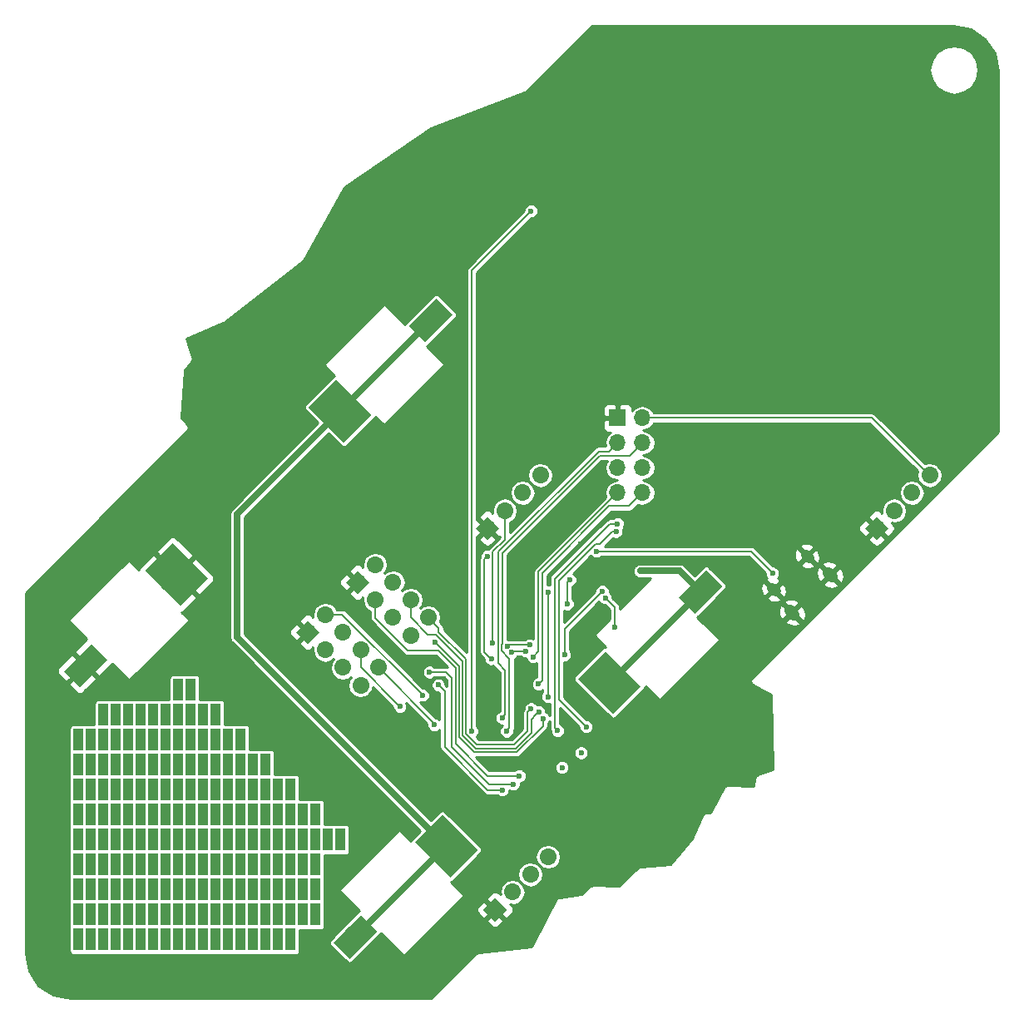
<source format=gbl>
G04 #@! TF.GenerationSoftware,KiCad,Pcbnew,(2017-07-14 revision d3b382c)-master*
G04 #@! TF.CreationDate,2017-07-30T20:26:54+02:00*
G04 #@! TF.ProjectId,Bornhack Make Tradition Badge,426F726E6861636B204D616B65205472,rev?*
G04 #@! TF.SameCoordinates,Original
G04 #@! TF.FileFunction,Copper,L2,Bot,Signal*
G04 #@! TF.FilePolarity,Positive*
%FSLAX46Y46*%
G04 Gerber Fmt 4.6, Leading zero omitted, Abs format (unit mm)*
G04 Created by KiCad (PCBNEW (2017-07-14 revision d3b382c)-master) date Sunday, July 30, 2017 'PMt' 08:26:54 PM*
%MOMM*%
%LPD*%
G01*
G04 APERTURE LIST*
%ADD10C,1.200000*%
%ADD11C,1.200000*%
%ADD12C,1.100000*%
%ADD13C,1.100000*%
%ADD14C,1.700000*%
%ADD15C,1.700000*%
%ADD16C,0.100000*%
%ADD17R,1.016000X2.286000*%
%ADD18R,1.700000X1.700000*%
%ADD19O,1.700000X1.700000*%
%ADD20C,3.960000*%
%ADD21C,2.340000*%
%ADD22C,0.600000*%
%ADD23C,0.635000*%
%ADD24C,0.203200*%
%ADD25C,0.254000*%
G04 APERTURE END LIST*
D10*
X132384803Y-106375197D03*
D11*
X132561580Y-106551974D02*
X132208026Y-106198420D01*
D10*
X128524000Y-110236000D03*
D11*
X128700777Y-110412777D02*
X128347223Y-110059223D01*
D12*
X130044279Y-104473080D03*
D13*
X130185700Y-104614501D02*
X129902858Y-104331659D01*
D12*
X126621883Y-107895476D03*
D13*
X126763304Y-108036897D02*
X126480462Y-107754055D01*
D14*
X102888052Y-96247948D03*
D15*
X102888052Y-96247948D02*
X102888052Y-96247948D01*
D14*
X101092000Y-98044000D03*
D15*
X101092000Y-98044000D02*
X101092000Y-98044000D01*
D14*
X99295949Y-99840051D03*
D15*
X99295949Y-99840051D02*
X99295949Y-99840051D01*
D14*
X97499898Y-101636102D03*
D16*
G36*
X98701980Y-101636102D02*
X97499898Y-102838184D01*
X96297816Y-101636102D01*
X97499898Y-100434020D01*
X98701980Y-101636102D01*
X98701980Y-101636102D01*
G37*
D17*
X82550000Y-133350000D03*
X81280000Y-133350000D03*
X66040000Y-118110000D03*
X67310000Y-118110000D03*
X80010000Y-140970000D03*
X80010000Y-138430000D03*
X80010000Y-135890000D03*
X80010000Y-133350000D03*
X80010000Y-130810000D03*
X77470000Y-128270000D03*
X74930000Y-125730000D03*
X72390000Y-123190000D03*
X69850000Y-120650000D03*
X68580000Y-120650000D03*
X67310000Y-120650000D03*
X66040000Y-120650000D03*
X64770000Y-120650000D03*
X63500000Y-120650000D03*
X62230000Y-120650000D03*
X60960000Y-120650000D03*
X59690000Y-120650000D03*
X58420000Y-120650000D03*
X71120000Y-123190000D03*
X69850000Y-123190000D03*
X68580000Y-123190000D03*
X67310000Y-123190000D03*
X66040000Y-123190000D03*
X64770000Y-123190000D03*
X63500000Y-123190000D03*
X62230000Y-123190000D03*
X60960000Y-123190000D03*
X59690000Y-123190000D03*
X58420000Y-123190000D03*
X57150000Y-123190000D03*
X55880000Y-123190000D03*
X55880000Y-125730000D03*
X57150000Y-125730000D03*
X58420000Y-125730000D03*
X59690000Y-125730000D03*
X60960000Y-125730000D03*
X62230000Y-125730000D03*
X63500000Y-125730000D03*
X64770000Y-125730000D03*
X66040000Y-125730000D03*
X68580000Y-125730000D03*
X67310000Y-125730000D03*
X69850000Y-125730000D03*
X71120000Y-125730000D03*
X72390000Y-125730000D03*
X73660000Y-125730000D03*
X76200000Y-128270000D03*
X74930000Y-128270000D03*
X73660000Y-128270000D03*
X72390000Y-128270000D03*
X71120000Y-128270000D03*
X69850000Y-128270000D03*
X68580000Y-128270000D03*
X67310000Y-128270000D03*
X66040000Y-128270000D03*
X64770000Y-128270000D03*
X63500000Y-128270000D03*
X62230000Y-128270000D03*
X60960000Y-128270000D03*
X59690000Y-128270000D03*
X58420000Y-128270000D03*
X57150000Y-128270000D03*
X55880000Y-128270000D03*
X55880000Y-130810000D03*
X57150000Y-130810000D03*
X59690000Y-130810000D03*
X58420000Y-130810000D03*
X60960000Y-130810000D03*
X62230000Y-130810000D03*
X63500000Y-130810000D03*
X64770000Y-130810000D03*
X66040000Y-130810000D03*
X67310000Y-130810000D03*
X68580000Y-130810000D03*
X69850000Y-130810000D03*
X71120000Y-130810000D03*
X72390000Y-130810000D03*
X73660000Y-130810000D03*
X74930000Y-130810000D03*
X76200000Y-130810000D03*
X77470000Y-130810000D03*
X78740000Y-130810000D03*
X78740000Y-133350000D03*
X77470000Y-133350000D03*
X76200000Y-133350000D03*
X74930000Y-133350000D03*
X73660000Y-133350000D03*
X72390000Y-133350000D03*
X71120000Y-133350000D03*
X69850000Y-133350000D03*
X68580000Y-133350000D03*
X67310000Y-133350000D03*
X66040000Y-133350000D03*
X64770000Y-133350000D03*
X63500000Y-133350000D03*
X62230000Y-133350000D03*
X60960000Y-133350000D03*
X59690000Y-133350000D03*
X58420000Y-133350000D03*
X57150000Y-133350000D03*
X55880000Y-133350000D03*
X55880000Y-135890000D03*
X57150000Y-135890000D03*
X58420000Y-135890000D03*
X59690000Y-135890000D03*
X60960000Y-135890000D03*
X62230000Y-135890000D03*
X63500000Y-135890000D03*
X64770000Y-135890000D03*
X66040000Y-135890000D03*
X67310000Y-135890000D03*
X68580000Y-135890000D03*
X69850000Y-135890000D03*
X71120000Y-135890000D03*
X72390000Y-135890000D03*
X73660000Y-135890000D03*
X74930000Y-135890000D03*
X76200000Y-135890000D03*
X77470000Y-135890000D03*
X78740000Y-135890000D03*
X78740000Y-138430000D03*
X77470000Y-138430000D03*
X76200000Y-138430000D03*
X74930000Y-138430000D03*
X73660000Y-138430000D03*
X71120000Y-138430000D03*
X72390000Y-138430000D03*
X69850000Y-138430000D03*
X68580000Y-138430000D03*
X67310000Y-138430000D03*
X66040000Y-138430000D03*
X64770000Y-138430000D03*
X63500000Y-138430000D03*
X62230000Y-138430000D03*
X60960000Y-138430000D03*
X59690000Y-138430000D03*
X58420000Y-138430000D03*
X57150000Y-138430000D03*
X55880000Y-138430000D03*
X63500000Y-140970000D03*
X64770000Y-140970000D03*
X66040000Y-140970000D03*
X67310000Y-140970000D03*
X68580000Y-140970000D03*
X69850000Y-140970000D03*
X71120000Y-140970000D03*
X72390000Y-140970000D03*
X73660000Y-140970000D03*
X74930000Y-140970000D03*
X76200000Y-140970000D03*
X77470000Y-140970000D03*
X78740000Y-140970000D03*
X77470000Y-143510000D03*
X76200000Y-143510000D03*
X74930000Y-143510000D03*
X73660000Y-143510000D03*
X72390000Y-143510000D03*
X71120000Y-143510000D03*
X69850000Y-143510000D03*
X68580000Y-143510000D03*
X67310000Y-143510000D03*
X66040000Y-143510000D03*
X64770000Y-143510000D03*
X63500000Y-143510000D03*
X55880000Y-140970000D03*
X57150000Y-140970000D03*
X58420000Y-140970000D03*
X59690000Y-140970000D03*
X60960000Y-140970000D03*
X62230000Y-140970000D03*
X62230000Y-143510000D03*
X60960000Y-143510000D03*
X59690000Y-143510000D03*
X58420000Y-143510000D03*
X57150000Y-143510000D03*
X55880000Y-143510000D03*
D14*
X91476103Y-110744000D03*
D15*
X91476103Y-110744000D02*
X91476103Y-110744000D01*
D14*
X89680052Y-112540052D03*
D15*
X89680052Y-112540052D02*
X89680052Y-112540052D01*
D14*
X89680052Y-108947949D03*
D15*
X89680052Y-108947949D02*
X89680052Y-108947949D01*
D14*
X87884000Y-110744000D03*
D15*
X87884000Y-110744000D02*
X87884000Y-110744000D01*
D14*
X87884000Y-107151898D03*
D15*
X87884000Y-107151898D02*
X87884000Y-107151898D01*
D14*
X86087949Y-108947949D03*
D15*
X86087949Y-108947949D02*
X86087949Y-108947949D01*
D14*
X86087949Y-105355847D03*
D15*
X86087949Y-105355847D02*
X86087949Y-105355847D01*
D14*
X84291898Y-107151898D03*
D16*
G36*
X84291898Y-108353980D02*
X83089816Y-107151898D01*
X84291898Y-105949816D01*
X85493980Y-107151898D01*
X84291898Y-108353980D01*
X84291898Y-108353980D01*
G37*
D14*
X86396103Y-115824000D03*
D15*
X86396103Y-115824000D02*
X86396103Y-115824000D01*
D14*
X84600052Y-117620052D03*
D15*
X84600052Y-117620052D02*
X84600052Y-117620052D01*
D14*
X84600052Y-114027949D03*
D15*
X84600052Y-114027949D02*
X84600052Y-114027949D01*
D14*
X82804000Y-115824000D03*
D15*
X82804000Y-115824000D02*
X82804000Y-115824000D01*
D14*
X82804000Y-112231898D03*
D15*
X82804000Y-112231898D02*
X82804000Y-112231898D01*
D14*
X81007949Y-114027949D03*
D15*
X81007949Y-114027949D02*
X81007949Y-114027949D01*
D14*
X81007949Y-110435847D03*
D15*
X81007949Y-110435847D02*
X81007949Y-110435847D01*
D14*
X79211898Y-112231898D03*
D16*
G36*
X79211898Y-113433980D02*
X78009816Y-112231898D01*
X79211898Y-111029816D01*
X80413980Y-112231898D01*
X79211898Y-113433980D01*
X79211898Y-113433980D01*
G37*
D18*
X110744000Y-90424000D03*
D19*
X113284000Y-90424000D03*
X110744000Y-92964000D03*
X113284000Y-92964000D03*
X110744000Y-95504000D03*
X113284000Y-95504000D03*
X110744000Y-98044000D03*
X113284000Y-98044000D03*
D14*
X137123898Y-101636102D03*
D16*
G36*
X138325980Y-101636102D02*
X137123898Y-102838184D01*
X135921816Y-101636102D01*
X137123898Y-100434020D01*
X138325980Y-101636102D01*
X138325980Y-101636102D01*
G37*
D14*
X138919949Y-99840051D03*
D15*
X138919949Y-99840051D02*
X138919949Y-99840051D01*
D14*
X140716000Y-98044000D03*
D15*
X140716000Y-98044000D02*
X140716000Y-98044000D01*
D14*
X142512052Y-96247948D03*
D15*
X142512052Y-96247948D02*
X142512052Y-96247948D01*
D14*
X103668103Y-135091897D03*
D15*
X103668103Y-135091897D02*
X103668103Y-135091897D01*
D14*
X101872051Y-136887949D03*
D15*
X101872051Y-136887949D02*
X101872051Y-136887949D01*
D14*
X100076000Y-138684000D03*
D15*
X100076000Y-138684000D02*
X100076000Y-138684000D01*
D14*
X98279949Y-140480051D03*
D16*
G36*
X99482031Y-140480051D02*
X98279949Y-141682133D01*
X97077867Y-140480051D01*
X98279949Y-139277969D01*
X99482031Y-140480051D01*
X99482031Y-140480051D01*
G37*
D20*
X93300000Y-134000000D03*
D16*
G36*
X96496123Y-134395980D02*
X93695980Y-137196123D01*
X90103877Y-133604020D01*
X92904020Y-130803877D01*
X96496123Y-134395980D01*
X96496123Y-134395980D01*
G37*
D20*
X109931152Y-117368848D03*
D16*
G36*
X113127275Y-117764828D02*
X110327132Y-120564971D01*
X106735029Y-116972868D01*
X109535172Y-114172725D01*
X113127275Y-117764828D01*
X113127275Y-117764828D01*
G37*
D21*
X84051044Y-143248956D03*
D16*
G36*
X86278430Y-142676200D02*
X83478288Y-145476342D01*
X81823658Y-143821712D01*
X84623800Y-141021570D01*
X86278430Y-142676200D01*
X86278430Y-142676200D01*
G37*
D21*
X119180108Y-108119892D03*
D16*
G36*
X121407494Y-107547136D02*
X118607352Y-110347278D01*
X116952722Y-108692648D01*
X119752864Y-105892506D01*
X121407494Y-107547136D01*
X121407494Y-107547136D01*
G37*
D21*
X91732532Y-80479468D03*
D16*
G36*
X93959918Y-79906712D02*
X91159776Y-82706854D01*
X89505146Y-81052224D01*
X92305288Y-78252082D01*
X93959918Y-79906712D01*
X93959918Y-79906712D01*
G37*
D21*
X56603468Y-115608532D03*
D16*
G36*
X58830854Y-115035776D02*
X56030712Y-117835918D01*
X54376082Y-116181288D01*
X57176224Y-113381146D01*
X58830854Y-115035776D01*
X58830854Y-115035776D01*
G37*
D20*
X82483576Y-89728424D03*
D16*
G36*
X85679699Y-90124404D02*
X82879556Y-92924547D01*
X79287453Y-89332444D01*
X82087596Y-86532301D01*
X85679699Y-90124404D01*
X85679699Y-90124404D01*
G37*
D20*
X65852424Y-106359576D03*
D16*
G36*
X69048547Y-106755556D02*
X66248404Y-109555699D01*
X62656301Y-105963596D01*
X65456444Y-103163453D01*
X69048547Y-106755556D01*
X69048547Y-106755556D01*
G37*
D22*
X105100000Y-126000000D03*
X107050000Y-124500000D03*
X85350000Y-120800000D03*
X93250000Y-127100000D03*
X106700000Y-106100000D03*
X107000000Y-103250000D03*
X100600000Y-120300000D03*
X98000000Y-116750000D03*
X100650000Y-118100000D03*
X102400000Y-118900000D03*
X117250000Y-57500000D03*
X74750000Y-87750000D03*
X65000000Y-99750000D03*
X109250000Y-133750000D03*
X121750000Y-123000000D03*
X93472000Y-82867500D03*
X68707000Y-109093000D03*
X108013500Y-96964500D03*
X89535000Y-93091000D03*
X93662500Y-85598000D03*
X88836500Y-90424000D03*
X94170500Y-88138000D03*
X99504500Y-89281000D03*
X93472000Y-95377000D03*
X107251500Y-113855500D03*
X137668000Y-96837500D03*
X139192000Y-88392000D03*
X101304010Y-126200000D03*
X110600000Y-121750000D03*
X94374872Y-76141639D03*
X98495990Y-120114961D03*
X89147826Y-99732645D03*
X83400000Y-94300000D03*
X104400000Y-85600000D03*
X102900000Y-84000000D03*
X101400000Y-82500000D03*
X66300000Y-115200000D03*
X126000000Y-80000000D03*
X135926000Y-82326000D03*
X123700000Y-70100000D03*
X138200000Y-67800000D03*
X105000000Y-60000000D03*
X90922093Y-118650000D03*
X105900000Y-106900000D03*
X105650000Y-109350000D03*
X126516643Y-106209818D03*
X103650000Y-108150000D03*
X103650000Y-118800000D03*
X108600000Y-104000000D03*
X97900000Y-114949998D03*
X97491980Y-104500000D03*
X98041630Y-113350006D03*
X92095990Y-121650000D03*
X88599994Y-119800000D03*
X98995990Y-120950000D03*
X99450000Y-122300000D03*
X110750000Y-101200000D03*
X104650000Y-122250000D03*
X110600000Y-102000000D03*
X107550000Y-121850000D03*
X102746936Y-120341420D03*
X103150000Y-120999998D03*
X101411400Y-114155176D03*
X99947778Y-114300000D03*
X101795990Y-113508482D03*
X99505253Y-113691481D03*
X101950000Y-120000000D03*
X92500000Y-117600000D03*
X99000000Y-128300000D03*
X91600000Y-116300000D03*
X100150000Y-127700000D03*
X92200002Y-113250000D03*
X100750000Y-126850000D03*
X113050000Y-106000000D03*
X110470238Y-111697344D03*
X109500000Y-108750000D03*
X105347283Y-114536200D03*
X109186292Y-108066106D03*
X95904010Y-122300000D03*
X101950000Y-69350000D03*
X102150000Y-114750000D03*
X102700000Y-117500000D03*
D23*
X93300000Y-134000000D02*
X72000000Y-112700000D01*
X72000000Y-112700000D02*
X72000000Y-100212000D01*
X72000000Y-100212000D02*
X82483576Y-89728424D01*
X93300000Y-134000000D02*
X84051044Y-143248956D01*
X91732532Y-80479468D02*
X82483576Y-89728424D01*
D24*
X90622094Y-118350001D02*
X90922093Y-118650000D01*
X82707940Y-110435847D02*
X90622094Y-118350001D01*
X81007949Y-110435847D02*
X82707940Y-110435847D01*
X105650000Y-107150000D02*
X105900000Y-106900000D01*
X105650000Y-109350000D02*
X105650000Y-107150000D01*
X142512052Y-96247948D02*
X142447948Y-96247948D01*
X142447948Y-96247948D02*
X136624000Y-90424000D01*
X136624000Y-90424000D02*
X113284000Y-90424000D01*
X126216644Y-105909819D02*
X126516643Y-106209818D01*
X124306825Y-104000000D02*
X126216644Y-105909819D01*
X108600000Y-104000000D02*
X124306825Y-104000000D01*
X103650000Y-118800000D02*
X103650000Y-108150000D01*
X97491980Y-104500000D02*
X97191981Y-104799999D01*
X97191981Y-114241979D02*
X97600001Y-114649999D01*
X97600001Y-114649999D02*
X97900000Y-114949998D01*
X97191981Y-104799999D02*
X97191981Y-114241979D01*
X99295949Y-99840051D02*
X99295949Y-102804051D01*
X99295949Y-102804051D02*
X98046300Y-104053700D01*
X98046300Y-104053700D02*
X98046300Y-112921072D01*
X98046300Y-112921072D02*
X98041630Y-112925742D01*
X98041630Y-112925742D02*
X98041630Y-113350006D01*
X92095990Y-121523887D02*
X92095990Y-121650000D01*
X86396103Y-115824000D02*
X92095990Y-121523887D01*
X88299995Y-119500001D02*
X88599994Y-119800000D01*
X84600052Y-115800058D02*
X88299995Y-119500001D01*
X84600052Y-114027949D02*
X84600052Y-115800058D01*
X98595640Y-115395640D02*
X99295989Y-116095989D01*
X98600000Y-104044182D02*
X98600000Y-113273901D01*
X109894001Y-93813999D02*
X108830183Y-93813999D01*
X110744000Y-92964000D02*
X109894001Y-93813999D01*
X98600000Y-113273901D02*
X98595640Y-113278261D01*
X98595640Y-113278261D02*
X98595640Y-115395640D01*
X99295989Y-120650001D02*
X98995990Y-120950000D01*
X99295989Y-116095989D02*
X99295989Y-120650001D01*
X108830183Y-93813999D02*
X98600000Y-104044182D01*
X98951251Y-114121175D02*
X98951251Y-113425559D01*
X111998000Y-94250000D02*
X112434001Y-93813999D01*
X112434001Y-93813999D02*
X113284000Y-92964000D01*
X99450000Y-122300000D02*
X99749999Y-122000001D01*
X99000000Y-104147091D02*
X108897091Y-94250000D01*
X99749999Y-122000001D02*
X99749999Y-114919923D01*
X98951251Y-113425559D02*
X99000000Y-113376810D01*
X99000000Y-113376810D02*
X99000000Y-104147091D01*
X108897091Y-94250000D02*
X111998000Y-94250000D01*
X99749999Y-114919923D02*
X98951251Y-114121175D01*
X104650000Y-122250000D02*
X104350001Y-121950001D01*
X104350001Y-121950001D02*
X104350001Y-106799999D01*
X104350001Y-106799999D02*
X109950000Y-101200000D01*
X109950000Y-101200000D02*
X110325736Y-101200000D01*
X110325736Y-101200000D02*
X110750000Y-101200000D01*
X107550000Y-121850000D02*
X104770646Y-119070646D01*
X104770646Y-119070646D02*
X104770646Y-107005090D01*
X104770646Y-107005090D02*
X108525736Y-103250000D01*
X108525736Y-103250000D02*
X108925736Y-103250000D01*
X110175736Y-102000000D02*
X110600000Y-102000000D01*
X108925736Y-103250000D02*
X110175736Y-102000000D01*
X92300000Y-112500000D02*
X94966833Y-115166833D01*
X94966833Y-122713925D02*
X96297294Y-124044387D01*
X91450000Y-112500000D02*
X92300000Y-112500000D01*
X94966833Y-115166833D02*
X94966833Y-122713925D01*
X101955611Y-122447298D02*
X101955611Y-121132745D01*
X89680052Y-110730052D02*
X91450000Y-112500000D01*
X101955611Y-121132745D02*
X102446937Y-120641419D01*
X102446937Y-120641419D02*
X102746936Y-120341420D01*
X96297294Y-124044387D02*
X100358521Y-124044388D01*
X89680052Y-108947949D02*
X89680052Y-110730052D01*
X100358521Y-124044388D02*
X101955611Y-122447298D01*
X103150000Y-121424262D02*
X103150000Y-120999998D01*
X103150000Y-121755817D02*
X103150000Y-121424262D01*
X94611222Y-115661220D02*
X94611222Y-122861224D01*
X100505820Y-124399997D02*
X103150000Y-121755817D01*
X94611222Y-122861224D02*
X96149997Y-124399999D01*
X96149997Y-124399999D02*
X100505820Y-124399997D01*
X92200002Y-113250000D02*
X94611222Y-115661220D01*
X101411400Y-114155176D02*
X100092602Y-114155176D01*
X100092602Y-114155176D02*
X99947778Y-114300000D01*
X99688252Y-113508482D02*
X99505253Y-113691481D01*
X101795990Y-113508482D02*
X99688252Y-113508482D01*
X101950000Y-120000000D02*
X101600000Y-120350000D01*
X101600000Y-122300000D02*
X100211223Y-123688777D01*
X101600000Y-120350000D02*
X101600000Y-122300000D01*
X95322444Y-122566627D02*
X95322444Y-114972444D01*
X95322444Y-114972444D02*
X92550000Y-112200000D01*
X92550000Y-111817897D02*
X91476103Y-110744000D01*
X100211223Y-123688777D02*
X96444593Y-123688777D01*
X96444593Y-123688777D02*
X95322444Y-122566627D01*
X92550000Y-112200000D02*
X92550000Y-111817897D01*
X93150000Y-118650000D02*
X93150000Y-118250000D01*
X93150000Y-118250000D02*
X92500000Y-117600000D01*
X93150000Y-123900000D02*
X93150000Y-118650000D01*
X97550000Y-128300000D02*
X93150000Y-123900000D01*
X99000000Y-128300000D02*
X97550000Y-128300000D01*
X93900000Y-123900000D02*
X93900000Y-116900000D01*
X93900000Y-116900000D02*
X93300000Y-116300000D01*
X100150000Y-127700000D02*
X97700000Y-127700000D01*
X97700000Y-127700000D02*
X93900000Y-123900000D01*
X93300000Y-116300000D02*
X91600000Y-116300000D01*
X100750000Y-126850000D02*
X97500000Y-126850000D01*
X97500000Y-126850000D02*
X94255611Y-123605611D01*
X94255611Y-123605611D02*
X94255611Y-115855611D01*
X94255611Y-115855611D02*
X92500000Y-114100000D01*
X92500000Y-114100000D02*
X89400000Y-114100000D01*
X89400000Y-114100000D02*
X86087949Y-110787949D01*
X86087949Y-110787949D02*
X86087949Y-110150030D01*
X86087949Y-110150030D02*
X86087949Y-108947949D01*
D23*
X113050000Y-106000000D02*
X117060216Y-106000000D01*
X117060216Y-106000000D02*
X119180108Y-108119892D01*
X119180108Y-108119892D02*
X117709327Y-109590673D01*
X117709327Y-109590673D02*
X109931152Y-117368848D01*
D24*
X110470238Y-111273080D02*
X110470238Y-111697344D01*
X110470238Y-109720238D02*
X110470238Y-111273080D01*
X109500000Y-108750000D02*
X110470238Y-109720238D01*
X105347283Y-111905115D02*
X105347283Y-114111936D01*
X105347283Y-114111936D02*
X105347283Y-114536200D01*
X109186292Y-108066106D02*
X105347283Y-111905115D01*
X95904010Y-121875736D02*
X95904010Y-122300000D01*
X95904010Y-75395990D02*
X95904010Y-121875736D01*
X101950000Y-69350000D02*
X95904010Y-75395990D01*
X102150000Y-114750000D02*
X102700000Y-114200000D01*
X102700000Y-114200000D02*
X102700000Y-106088000D01*
X102700000Y-106088000D02*
X110744000Y-98044000D01*
X113284000Y-98044000D02*
X111928000Y-99400000D01*
X111928000Y-99400000D02*
X109900000Y-99400000D01*
X109900000Y-99400000D02*
X103055611Y-106244389D01*
X103055611Y-106244389D02*
X103055611Y-117144389D01*
X103055611Y-117144389D02*
X102999999Y-117200001D01*
X102999999Y-117200001D02*
X102700000Y-117500000D01*
D25*
G36*
X146717546Y-50853475D02*
X148173612Y-51826388D01*
X149146525Y-53282454D01*
X149498000Y-55049441D01*
X149498000Y-91792065D01*
X124445032Y-116845032D01*
X124402912Y-116908070D01*
X124355313Y-116967068D01*
X124348878Y-116988936D01*
X124336212Y-117007893D01*
X124321421Y-117082253D01*
X124300023Y-117154974D01*
X124302447Y-117177639D01*
X124297999Y-117200000D01*
X124312790Y-117274360D01*
X124320851Y-117349734D01*
X124331764Y-117369747D01*
X124336212Y-117392107D01*
X124378332Y-117455145D01*
X124414625Y-117521699D01*
X124432366Y-117536012D01*
X124445032Y-117554968D01*
X124508070Y-117597088D01*
X124567068Y-117644687D01*
X126405265Y-118607552D01*
X126589057Y-126234914D01*
X125048832Y-126721302D01*
X124979909Y-126759154D01*
X124908218Y-126791505D01*
X124894591Y-126806010D01*
X124877149Y-126815589D01*
X124827954Y-126876941D01*
X124774105Y-126934260D01*
X124767066Y-126952875D01*
X124754617Y-126968401D01*
X124732644Y-127043912D01*
X124704830Y-127117471D01*
X124577138Y-127883626D01*
X122016724Y-127798279D01*
X121936083Y-127811543D01*
X121854726Y-127819479D01*
X121839961Y-127827353D01*
X121823451Y-127830069D01*
X121754016Y-127873189D01*
X121681897Y-127911651D01*
X121671270Y-127924575D01*
X121657055Y-127933403D01*
X121609404Y-127999816D01*
X121557497Y-128062945D01*
X120199432Y-130598000D01*
X119800000Y-130598000D01*
X119704543Y-130616987D01*
X119608863Y-130635811D01*
X119608417Y-130636108D01*
X119607893Y-130636212D01*
X119527056Y-130690225D01*
X119445775Y-130744290D01*
X119445476Y-130744735D01*
X119445032Y-130745032D01*
X119390964Y-130825950D01*
X119336615Y-130906923D01*
X118367163Y-133233608D01*
X116151525Y-135818519D01*
X113054551Y-136100062D01*
X112982046Y-136121462D01*
X112907892Y-136136212D01*
X112888759Y-136148996D01*
X112866693Y-136155509D01*
X112807894Y-136203029D01*
X112745032Y-136245032D01*
X110899284Y-138090780D01*
X108217300Y-137998298D01*
X108208623Y-137999715D01*
X108200000Y-137998000D01*
X108112272Y-138015450D01*
X108023990Y-138029867D01*
X108016516Y-138034497D01*
X108007892Y-138036212D01*
X107933520Y-138085906D01*
X107857476Y-138133010D01*
X107852341Y-138140149D01*
X107845032Y-138145033D01*
X107066823Y-138923241D01*
X104837735Y-139201877D01*
X104794316Y-139216299D01*
X104748832Y-139221301D01*
X104702267Y-139246874D01*
X104651851Y-139263621D01*
X104617251Y-139293566D01*
X104577149Y-139315590D01*
X104543918Y-139357033D01*
X104503745Y-139391801D01*
X104483238Y-139432707D01*
X104454617Y-139468401D01*
X101978825Y-144229539D01*
X96646520Y-144800857D01*
X96578155Y-144822236D01*
X96507893Y-144836212D01*
X96485399Y-144851242D01*
X96459577Y-144859317D01*
X96404590Y-144905237D01*
X96345033Y-144945032D01*
X91792064Y-149498000D01*
X55049441Y-149498000D01*
X53282454Y-149146525D01*
X51826388Y-148173612D01*
X50853475Y-146717546D01*
X50502000Y-144950559D01*
X50502000Y-122047000D01*
X54936635Y-122047000D01*
X54936635Y-124333000D01*
X54961897Y-124460000D01*
X54936635Y-124587000D01*
X54936635Y-126873000D01*
X54961897Y-127000000D01*
X54936635Y-127127000D01*
X54936635Y-129413000D01*
X54961897Y-129540000D01*
X54936635Y-129667000D01*
X54936635Y-131953000D01*
X54961897Y-132080000D01*
X54936635Y-132207000D01*
X54936635Y-134493000D01*
X54961897Y-134620000D01*
X54936635Y-134747000D01*
X54936635Y-137033000D01*
X54961897Y-137160000D01*
X54936635Y-137287000D01*
X54936635Y-139573000D01*
X54961897Y-139700000D01*
X54936635Y-139827000D01*
X54936635Y-142113000D01*
X54961897Y-142240000D01*
X54936635Y-142367000D01*
X54936635Y-144653000D01*
X54969775Y-144819607D01*
X55064150Y-144960850D01*
X55205393Y-145055225D01*
X55372000Y-145088365D01*
X56388000Y-145088365D01*
X56515000Y-145063103D01*
X56642000Y-145088365D01*
X57658000Y-145088365D01*
X57785000Y-145063103D01*
X57912000Y-145088365D01*
X58928000Y-145088365D01*
X59055000Y-145063103D01*
X59182000Y-145088365D01*
X60198000Y-145088365D01*
X60325000Y-145063103D01*
X60452000Y-145088365D01*
X61468000Y-145088365D01*
X61595000Y-145063103D01*
X61722000Y-145088365D01*
X62738000Y-145088365D01*
X62865000Y-145063103D01*
X62992000Y-145088365D01*
X64008000Y-145088365D01*
X64135000Y-145063103D01*
X64262000Y-145088365D01*
X65278000Y-145088365D01*
X65405000Y-145063103D01*
X65532000Y-145088365D01*
X66548000Y-145088365D01*
X66675000Y-145063103D01*
X66802000Y-145088365D01*
X67818000Y-145088365D01*
X67945000Y-145063103D01*
X68072000Y-145088365D01*
X69088000Y-145088365D01*
X69215000Y-145063103D01*
X69342000Y-145088365D01*
X70358000Y-145088365D01*
X70485000Y-145063103D01*
X70612000Y-145088365D01*
X71628000Y-145088365D01*
X71755000Y-145063103D01*
X71882000Y-145088365D01*
X72898000Y-145088365D01*
X73025000Y-145063103D01*
X73152000Y-145088365D01*
X74168000Y-145088365D01*
X74295000Y-145063103D01*
X74422000Y-145088365D01*
X75438000Y-145088365D01*
X75565000Y-145063103D01*
X75692000Y-145088365D01*
X76708000Y-145088365D01*
X76835000Y-145063103D01*
X76962000Y-145088365D01*
X77978000Y-145088365D01*
X78144607Y-145055225D01*
X78285850Y-144960850D01*
X78380225Y-144819607D01*
X78413365Y-144653000D01*
X78413365Y-142548365D01*
X79248000Y-142548365D01*
X79375000Y-142523103D01*
X79502000Y-142548365D01*
X80518000Y-142548365D01*
X80684607Y-142515225D01*
X80825850Y-142420850D01*
X80920225Y-142279607D01*
X80953365Y-142113000D01*
X80953365Y-139827000D01*
X80928103Y-139700000D01*
X80953365Y-139573000D01*
X80953365Y-137287000D01*
X80928103Y-137160000D01*
X80953365Y-137033000D01*
X80953365Y-134928365D01*
X81788000Y-134928365D01*
X81915000Y-134903103D01*
X82042000Y-134928365D01*
X83058000Y-134928365D01*
X83224607Y-134895225D01*
X83365850Y-134800850D01*
X83460225Y-134659607D01*
X83493365Y-134493000D01*
X83493365Y-132207000D01*
X83460225Y-132040393D01*
X83365850Y-131899150D01*
X83224607Y-131804775D01*
X83058000Y-131771635D01*
X82042000Y-131771635D01*
X81915000Y-131796897D01*
X81788000Y-131771635D01*
X80953365Y-131771635D01*
X80953365Y-129667000D01*
X80920225Y-129500393D01*
X80825850Y-129359150D01*
X80684607Y-129264775D01*
X80518000Y-129231635D01*
X79502000Y-129231635D01*
X79375000Y-129256897D01*
X79248000Y-129231635D01*
X78413365Y-129231635D01*
X78413365Y-127127000D01*
X78380225Y-126960393D01*
X78285850Y-126819150D01*
X78144607Y-126724775D01*
X77978000Y-126691635D01*
X76962000Y-126691635D01*
X76835000Y-126716897D01*
X76708000Y-126691635D01*
X75873365Y-126691635D01*
X75873365Y-124587000D01*
X75840225Y-124420393D01*
X75745850Y-124279150D01*
X75604607Y-124184775D01*
X75438000Y-124151635D01*
X74422000Y-124151635D01*
X74295000Y-124176897D01*
X74168000Y-124151635D01*
X73333365Y-124151635D01*
X73333365Y-122047000D01*
X73300225Y-121880393D01*
X73205850Y-121739150D01*
X73064607Y-121644775D01*
X72898000Y-121611635D01*
X71882000Y-121611635D01*
X71755000Y-121636897D01*
X71628000Y-121611635D01*
X70793365Y-121611635D01*
X70793365Y-119507000D01*
X70760225Y-119340393D01*
X70665850Y-119199150D01*
X70524607Y-119104775D01*
X70358000Y-119071635D01*
X69342000Y-119071635D01*
X69215000Y-119096897D01*
X69088000Y-119071635D01*
X68253365Y-119071635D01*
X68253365Y-116967000D01*
X68220225Y-116800393D01*
X68125850Y-116659150D01*
X67984607Y-116564775D01*
X67818000Y-116531635D01*
X66802000Y-116531635D01*
X66675000Y-116556897D01*
X66548000Y-116531635D01*
X65532000Y-116531635D01*
X65365393Y-116564775D01*
X65224150Y-116659150D01*
X65129775Y-116800393D01*
X65096635Y-116967000D01*
X65096635Y-119071635D01*
X64262000Y-119071635D01*
X64135000Y-119096897D01*
X64008000Y-119071635D01*
X62992000Y-119071635D01*
X62865000Y-119096897D01*
X62738000Y-119071635D01*
X61722000Y-119071635D01*
X61595000Y-119096897D01*
X61468000Y-119071635D01*
X60452000Y-119071635D01*
X60325000Y-119096897D01*
X60198000Y-119071635D01*
X59182000Y-119071635D01*
X59055000Y-119096897D01*
X58928000Y-119071635D01*
X57912000Y-119071635D01*
X57745393Y-119104775D01*
X57604150Y-119199150D01*
X57509775Y-119340393D01*
X57476635Y-119507000D01*
X57476635Y-121611635D01*
X56642000Y-121611635D01*
X56515000Y-121636897D01*
X56388000Y-121611635D01*
X55372000Y-121611635D01*
X55205393Y-121644775D01*
X55064150Y-121739150D01*
X54969775Y-121880393D01*
X54936635Y-122047000D01*
X50502000Y-122047000D01*
X50502000Y-117435166D01*
X54956440Y-117435166D01*
X54956440Y-117659672D01*
X55671013Y-118374245D01*
X55904402Y-118470918D01*
X56157021Y-118470919D01*
X56390410Y-118374246D01*
X56569038Y-118195617D01*
X57677740Y-117086916D01*
X57677740Y-116862409D01*
X56603468Y-115788137D01*
X54956440Y-117435166D01*
X50502000Y-117435166D01*
X50502000Y-116054979D01*
X53741081Y-116054979D01*
X53741082Y-116307598D01*
X53837755Y-116540987D01*
X54552328Y-117255560D01*
X54776834Y-117255560D01*
X56423863Y-115608532D01*
X55349591Y-114534260D01*
X55125084Y-114534260D01*
X54016383Y-115642962D01*
X53837754Y-115821590D01*
X53741081Y-116054979D01*
X50502000Y-116054979D01*
X50502000Y-111000000D01*
X54873000Y-111000000D01*
X54882667Y-111048601D01*
X54910197Y-111089803D01*
X56739869Y-112919475D01*
X56637898Y-113021447D01*
X55529196Y-114130148D01*
X55529196Y-114354655D01*
X56603468Y-115428927D01*
X56617610Y-115414784D01*
X56797216Y-115594390D01*
X56783073Y-115608532D01*
X57857345Y-116682804D01*
X58081852Y-116682804D01*
X59190553Y-115574102D01*
X59292525Y-115472131D01*
X60910197Y-117089803D01*
X60951399Y-117117333D01*
X61000000Y-117127000D01*
X61048601Y-117117333D01*
X61089803Y-117089803D01*
X67089803Y-111089803D01*
X67117333Y-111048601D01*
X67127000Y-111000000D01*
X67117333Y-110951399D01*
X67089803Y-110910197D01*
X66370305Y-110190699D01*
X66374713Y-110190699D01*
X66608102Y-110094026D01*
X66786731Y-109915398D01*
X67895432Y-108806696D01*
X67895432Y-108582189D01*
X65852424Y-106539181D01*
X65838282Y-106553324D01*
X65658676Y-106373718D01*
X65672819Y-106359576D01*
X66032029Y-106359576D01*
X68075037Y-108402584D01*
X68299544Y-108402584D01*
X69408246Y-107293883D01*
X69586874Y-107115254D01*
X69683547Y-106881865D01*
X69683546Y-106629246D01*
X69586873Y-106395857D01*
X67903564Y-104712548D01*
X67679058Y-104712548D01*
X66032029Y-106359576D01*
X65672819Y-106359576D01*
X63629811Y-104316568D01*
X63405304Y-104316568D01*
X62296602Y-105425269D01*
X62117974Y-105603898D01*
X62021301Y-105837287D01*
X62021301Y-105841695D01*
X61089803Y-104910197D01*
X61048601Y-104882667D01*
X61000000Y-104873000D01*
X60951399Y-104882667D01*
X60910197Y-104910197D01*
X54910197Y-110910197D01*
X54882667Y-110951399D01*
X54873000Y-111000000D01*
X50502000Y-111000000D01*
X50502000Y-108207936D01*
X54797480Y-103912456D01*
X63809416Y-103912456D01*
X63809416Y-104136963D01*
X65852424Y-106179971D01*
X67499452Y-104532942D01*
X67499452Y-104308436D01*
X65816143Y-102625127D01*
X65582754Y-102528454D01*
X65330135Y-102528453D01*
X65096746Y-102625126D01*
X64918117Y-102803754D01*
X63809416Y-103912456D01*
X54797480Y-103912456D01*
X58497936Y-100212000D01*
X71255500Y-100212000D01*
X71255500Y-112700000D01*
X71312172Y-112984908D01*
X71471442Y-113223272D01*
X71473559Y-113226441D01*
X90669658Y-132422540D01*
X89796027Y-133296170D01*
X89701652Y-133437413D01*
X89687611Y-133508005D01*
X88589803Y-132410197D01*
X88548601Y-132382667D01*
X88500000Y-132373000D01*
X88451399Y-132382667D01*
X88410197Y-132410197D01*
X82410197Y-138410197D01*
X82382667Y-138451399D01*
X82373000Y-138500000D01*
X82382667Y-138548601D01*
X82410197Y-138589803D01*
X84446730Y-140626336D01*
X84315950Y-140713720D01*
X81515808Y-143513862D01*
X81421433Y-143655105D01*
X81388293Y-143821712D01*
X81421433Y-143988319D01*
X81515808Y-144129562D01*
X83170438Y-145784192D01*
X83311681Y-145878567D01*
X83478288Y-145911707D01*
X83644895Y-145878567D01*
X83786138Y-145784192D01*
X86586280Y-142984050D01*
X86673664Y-142853270D01*
X88910197Y-145089803D01*
X88951399Y-145117333D01*
X89000000Y-145127000D01*
X89048601Y-145117333D01*
X89089803Y-145089803D01*
X92671952Y-141507654D01*
X97431951Y-141507654D01*
X97431951Y-141732160D01*
X97920250Y-142220459D01*
X98153639Y-142317132D01*
X98406258Y-142317133D01*
X98639647Y-142220460D01*
X99127947Y-141732160D01*
X99127947Y-141507654D01*
X98279949Y-140659656D01*
X97431951Y-141507654D01*
X92671952Y-141507654D01*
X93825864Y-140353742D01*
X96442867Y-140353742D01*
X96442868Y-140606361D01*
X96539541Y-140839750D01*
X97027840Y-141328049D01*
X97252346Y-141328049D01*
X98100344Y-140480051D01*
X97252346Y-139632053D01*
X97027840Y-139632053D01*
X96539540Y-140120353D01*
X96442867Y-140353742D01*
X93825864Y-140353742D01*
X94951664Y-139227942D01*
X97431951Y-139227942D01*
X97431951Y-139452448D01*
X98279949Y-140300446D01*
X98294092Y-140286304D01*
X98473697Y-140465909D01*
X98459554Y-140480051D01*
X99307552Y-141328049D01*
X99532058Y-141328049D01*
X100020358Y-140839749D01*
X100117031Y-140606360D01*
X100117030Y-140353741D01*
X100020357Y-140120352D01*
X99825311Y-139925306D01*
X100093690Y-139978690D01*
X100582377Y-139881484D01*
X100996665Y-139604665D01*
X101273484Y-139190377D01*
X101370690Y-138701690D01*
X101273484Y-138213004D01*
X101016598Y-137828547D01*
X101401055Y-138085433D01*
X101889741Y-138182639D01*
X102378428Y-138085433D01*
X102792716Y-137808614D01*
X103069535Y-137394326D01*
X103166741Y-136905639D01*
X103069535Y-136416953D01*
X102812647Y-136032493D01*
X103197107Y-136289381D01*
X103685793Y-136386587D01*
X104174480Y-136289381D01*
X104588768Y-136012562D01*
X104865587Y-135598274D01*
X104962793Y-135109587D01*
X104865587Y-134620901D01*
X104588768Y-134206612D01*
X104553388Y-134171232D01*
X104139099Y-133894413D01*
X103650413Y-133797208D01*
X103161727Y-133894413D01*
X102747438Y-134171232D01*
X102470619Y-134585521D01*
X102373414Y-135074207D01*
X102470619Y-135562893D01*
X102727507Y-135947353D01*
X102343047Y-135690465D01*
X101854361Y-135593260D01*
X101365675Y-135690465D01*
X100951386Y-135967284D01*
X100674567Y-136381573D01*
X100577362Y-136870259D01*
X100674567Y-137358945D01*
X100931453Y-137743402D01*
X100546996Y-137486516D01*
X100058310Y-137389311D01*
X99569624Y-137486516D01*
X99155335Y-137763335D01*
X98878516Y-138177624D01*
X98781311Y-138666310D01*
X98834695Y-138934690D01*
X98639648Y-138739643D01*
X98406259Y-138642970D01*
X98153640Y-138642969D01*
X97920251Y-138739642D01*
X97431951Y-139227942D01*
X94951664Y-139227942D01*
X95089803Y-139089803D01*
X95117333Y-139048601D01*
X95127000Y-139000000D01*
X95117333Y-138951399D01*
X95089803Y-138910197D01*
X93791995Y-137612389D01*
X93862587Y-137598348D01*
X94003830Y-137503973D01*
X96803973Y-134703830D01*
X96898348Y-134562587D01*
X96931488Y-134395980D01*
X96898348Y-134229373D01*
X96803973Y-134088130D01*
X93211870Y-130496027D01*
X93070627Y-130401652D01*
X92904020Y-130368512D01*
X92737413Y-130401652D01*
X92596170Y-130496027D01*
X91722540Y-131369658D01*
X72744500Y-112391618D01*
X72744500Y-112358207D01*
X77374816Y-112358207D01*
X77471489Y-112591596D01*
X77959789Y-113079896D01*
X78184295Y-113079896D01*
X79032293Y-112231898D01*
X78184295Y-111383900D01*
X77959789Y-111383900D01*
X77471490Y-111872199D01*
X77374817Y-112105588D01*
X77374816Y-112358207D01*
X72744500Y-112358207D01*
X72744500Y-110979789D01*
X78363900Y-110979789D01*
X78363900Y-111204295D01*
X79211898Y-112052293D01*
X79226041Y-112038151D01*
X79405646Y-112217756D01*
X79391503Y-112231898D01*
X79405646Y-112246041D01*
X79226041Y-112425646D01*
X79211898Y-112411503D01*
X78363900Y-113259501D01*
X78363900Y-113484007D01*
X78852200Y-113972307D01*
X79085589Y-114068980D01*
X79338208Y-114068979D01*
X79571597Y-113972306D01*
X79766644Y-113777259D01*
X79713260Y-114045639D01*
X79810465Y-114534325D01*
X80087284Y-114948614D01*
X80501573Y-115225433D01*
X80990259Y-115322638D01*
X81478945Y-115225433D01*
X81863402Y-114968547D01*
X81606516Y-115353004D01*
X81509311Y-115841690D01*
X81606516Y-116330376D01*
X81883335Y-116744665D01*
X82297624Y-117021484D01*
X82786310Y-117118689D01*
X83274996Y-117021484D01*
X83659456Y-116764596D01*
X83402568Y-117149056D01*
X83305363Y-117637742D01*
X83402568Y-118126428D01*
X83679387Y-118540717D01*
X84093676Y-118817536D01*
X84582362Y-118914741D01*
X85071048Y-118817536D01*
X85485337Y-118540717D01*
X85520717Y-118505337D01*
X85797536Y-118091048D01*
X85854933Y-117802493D01*
X87872976Y-119820535D01*
X87872868Y-119943975D01*
X87983314Y-120211275D01*
X88187644Y-120415961D01*
X88454750Y-120526874D01*
X88743969Y-120527126D01*
X89011269Y-120416680D01*
X89215955Y-120212350D01*
X89326868Y-119945244D01*
X89327120Y-119656025D01*
X89219068Y-119394518D01*
X91369081Y-121544531D01*
X91368864Y-121793975D01*
X91479310Y-122061275D01*
X91683640Y-122265961D01*
X91950746Y-122376874D01*
X92239965Y-122377126D01*
X92507265Y-122266680D01*
X92621400Y-122152744D01*
X92621400Y-123899995D01*
X92621399Y-123900000D01*
X92661637Y-124102287D01*
X92776223Y-124273777D01*
X97176221Y-128673774D01*
X97176223Y-128673777D01*
X97203170Y-128691782D01*
X97347713Y-128788363D01*
X97550000Y-128828601D01*
X97550005Y-128828600D01*
X98500441Y-128828600D01*
X98587650Y-128915961D01*
X98854756Y-129026874D01*
X99143975Y-129027126D01*
X99411275Y-128916680D01*
X99615961Y-128712350D01*
X99726874Y-128445244D01*
X99726996Y-128305288D01*
X99737650Y-128315961D01*
X100004756Y-128426874D01*
X100293975Y-128427126D01*
X100561275Y-128316680D01*
X100765961Y-128112350D01*
X100876874Y-127845244D01*
X100877108Y-127577111D01*
X100893975Y-127577126D01*
X101161275Y-127466680D01*
X101365961Y-127262350D01*
X101476874Y-126995244D01*
X101477126Y-126706025D01*
X101366680Y-126438725D01*
X101162350Y-126234039D01*
X100945454Y-126143975D01*
X104372874Y-126143975D01*
X104483320Y-126411275D01*
X104687650Y-126615961D01*
X104954756Y-126726874D01*
X105243975Y-126727126D01*
X105511275Y-126616680D01*
X105715961Y-126412350D01*
X105826874Y-126145244D01*
X105827126Y-125856025D01*
X105716680Y-125588725D01*
X105512350Y-125384039D01*
X105245244Y-125273126D01*
X104956025Y-125272874D01*
X104688725Y-125383320D01*
X104484039Y-125587650D01*
X104373126Y-125854756D01*
X104372874Y-126143975D01*
X100945454Y-126143975D01*
X100895244Y-126123126D01*
X100606025Y-126122874D01*
X100338725Y-126233320D01*
X100250492Y-126321400D01*
X97718954Y-126321400D01*
X96326153Y-124928599D01*
X100505815Y-124928597D01*
X100505820Y-124928598D01*
X100708107Y-124888360D01*
X100879597Y-124773774D01*
X101009395Y-124643975D01*
X106322874Y-124643975D01*
X106433320Y-124911275D01*
X106637650Y-125115961D01*
X106904756Y-125226874D01*
X107193975Y-125227126D01*
X107461275Y-125116680D01*
X107665961Y-124912350D01*
X107776874Y-124645244D01*
X107777126Y-124356025D01*
X107666680Y-124088725D01*
X107462350Y-123884039D01*
X107195244Y-123773126D01*
X106906025Y-123772874D01*
X106638725Y-123883320D01*
X106434039Y-124087650D01*
X106323126Y-124354756D01*
X106322874Y-124643975D01*
X101009395Y-124643975D01*
X103523774Y-122129596D01*
X103523777Y-122129594D01*
X103638363Y-121958103D01*
X103678600Y-121755817D01*
X103678600Y-121499557D01*
X103765961Y-121412348D01*
X103821401Y-121278835D01*
X103821401Y-121949996D01*
X103821400Y-121950001D01*
X103861638Y-122152288D01*
X103923005Y-122244130D01*
X103922874Y-122393975D01*
X104033320Y-122661275D01*
X104237650Y-122865961D01*
X104504756Y-122976874D01*
X104793975Y-122977126D01*
X105061275Y-122866680D01*
X105265961Y-122662350D01*
X105376874Y-122395244D01*
X105377126Y-122106025D01*
X105266680Y-121838725D01*
X105062350Y-121634039D01*
X104878601Y-121557739D01*
X104878601Y-119926155D01*
X106822982Y-121870536D01*
X106822874Y-121993975D01*
X106933320Y-122261275D01*
X107137650Y-122465961D01*
X107404756Y-122576874D01*
X107693975Y-122577126D01*
X107961275Y-122466680D01*
X108165961Y-122262350D01*
X108276874Y-121995244D01*
X108277126Y-121706025D01*
X108166680Y-121438725D01*
X107962350Y-121234039D01*
X107695244Y-121123126D01*
X107570571Y-121123017D01*
X105299246Y-118851692D01*
X105299246Y-115263159D01*
X105491258Y-115263326D01*
X105758558Y-115152880D01*
X105963244Y-114948550D01*
X106074157Y-114681444D01*
X106074409Y-114392225D01*
X105963963Y-114124925D01*
X105875883Y-114036692D01*
X105875883Y-112124069D01*
X108870267Y-109129684D01*
X108883320Y-109161275D01*
X109087650Y-109365961D01*
X109354756Y-109476874D01*
X109479429Y-109476983D01*
X109941638Y-109939191D01*
X109941638Y-110878756D01*
X108410197Y-112410197D01*
X108382667Y-112451399D01*
X108373000Y-112500000D01*
X108382667Y-112548601D01*
X108410197Y-112589803D01*
X109563361Y-113742967D01*
X109535172Y-113737360D01*
X109368565Y-113770500D01*
X109227322Y-113864875D01*
X106427179Y-116665018D01*
X106332804Y-116806261D01*
X106299664Y-116972868D01*
X106332804Y-117139475D01*
X106427179Y-117280718D01*
X110019282Y-120872821D01*
X110160525Y-120967196D01*
X110327132Y-121000336D01*
X110493739Y-120967196D01*
X110634982Y-120872821D01*
X113435125Y-118072678D01*
X113529500Y-117931435D01*
X113562640Y-117764828D01*
X113557033Y-117736639D01*
X114910197Y-119089803D01*
X114951399Y-119117333D01*
X115000000Y-119127000D01*
X115048601Y-119117333D01*
X115089803Y-119089803D01*
X121089803Y-113089803D01*
X121117333Y-113048601D01*
X121127000Y-113000000D01*
X121117333Y-112951399D01*
X121089803Y-112910197D01*
X119270885Y-111091279D01*
X127848326Y-111091279D01*
X127871652Y-111344709D01*
X128291400Y-111591063D01*
X128773473Y-111658033D01*
X129244478Y-111535423D01*
X129320098Y-111481265D01*
X129366681Y-111258286D01*
X128524000Y-110415605D01*
X127848326Y-111091279D01*
X119270885Y-111091279D01*
X118866965Y-110687359D01*
X118915202Y-110655128D01*
X119583803Y-109986527D01*
X127101967Y-109986527D01*
X127168937Y-110468600D01*
X127415291Y-110888348D01*
X127668721Y-110911674D01*
X128344395Y-110236000D01*
X128703605Y-110236000D01*
X129546286Y-111078681D01*
X129769265Y-111032098D01*
X129823423Y-110956478D01*
X129946033Y-110485473D01*
X129879063Y-110003400D01*
X129632709Y-109583652D01*
X129379279Y-109560326D01*
X128703605Y-110236000D01*
X128344395Y-110236000D01*
X127501714Y-109393319D01*
X127278735Y-109439902D01*
X127224577Y-109515522D01*
X127101967Y-109986527D01*
X119583803Y-109986527D01*
X120856627Y-108713703D01*
X125983261Y-108713703D01*
X126005429Y-108955827D01*
X126414778Y-109175904D01*
X126877187Y-109222577D01*
X126906660Y-109213714D01*
X127681319Y-109213714D01*
X128524000Y-110056395D01*
X129199674Y-109380721D01*
X129176348Y-109127291D01*
X128756600Y-108880937D01*
X128274527Y-108813967D01*
X127803522Y-108936577D01*
X127727902Y-108990735D01*
X127681319Y-109213714D01*
X126906660Y-109213714D01*
X127322258Y-109088741D01*
X127353073Y-109064710D01*
X127393592Y-108846790D01*
X126621883Y-108075081D01*
X125983261Y-108713703D01*
X120856627Y-108713703D01*
X121715344Y-107854986D01*
X121809719Y-107713743D01*
X121824353Y-107640172D01*
X125294782Y-107640172D01*
X125341455Y-108102581D01*
X125561532Y-108511930D01*
X125803656Y-108534098D01*
X126442278Y-107895476D01*
X126801488Y-107895476D01*
X127573197Y-108667185D01*
X127791117Y-108626666D01*
X127815148Y-108595851D01*
X127948984Y-108150780D01*
X127902311Y-107688371D01*
X127682234Y-107279022D01*
X127440110Y-107256854D01*
X126801488Y-107895476D01*
X126442278Y-107895476D01*
X125670569Y-107123767D01*
X125452649Y-107164286D01*
X125428618Y-107195101D01*
X125294782Y-107640172D01*
X121824353Y-107640172D01*
X121842859Y-107547136D01*
X121809719Y-107380529D01*
X121715344Y-107239286D01*
X120060714Y-105584656D01*
X119919471Y-105490281D01*
X119752864Y-105457141D01*
X119586257Y-105490281D01*
X119445014Y-105584656D01*
X118571384Y-106458286D01*
X117586657Y-105473559D01*
X117493764Y-105411490D01*
X117345124Y-105312172D01*
X117060216Y-105255500D01*
X113050000Y-105255500D01*
X112962408Y-105272923D01*
X112906025Y-105272874D01*
X112853455Y-105294595D01*
X112765092Y-105312172D01*
X112690836Y-105361788D01*
X112638725Y-105383320D01*
X112598470Y-105423505D01*
X112523559Y-105473559D01*
X112473942Y-105547817D01*
X112434039Y-105587650D01*
X112412226Y-105640180D01*
X112362172Y-105715092D01*
X112344749Y-105802682D01*
X112323126Y-105854756D01*
X112323076Y-105911638D01*
X112305500Y-106000000D01*
X112322923Y-106087592D01*
X112322874Y-106143975D01*
X112344595Y-106196545D01*
X112362172Y-106284908D01*
X112411788Y-106359164D01*
X112433320Y-106411275D01*
X112473505Y-106451530D01*
X112523559Y-106526441D01*
X112597817Y-106576058D01*
X112637650Y-106615961D01*
X112690180Y-106637774D01*
X112765092Y-106687828D01*
X112852682Y-106705251D01*
X112904756Y-106726874D01*
X112961638Y-106726924D01*
X113050000Y-106744500D01*
X114075894Y-106744500D01*
X110998838Y-109821556D01*
X110998838Y-109720243D01*
X110998839Y-109720238D01*
X110958601Y-109517951D01*
X110875324Y-109393319D01*
X110844015Y-109346461D01*
X110844012Y-109346459D01*
X110227018Y-108729465D01*
X110227126Y-108606025D01*
X110116680Y-108338725D01*
X109913233Y-108134923D01*
X109913418Y-107922131D01*
X109802972Y-107654831D01*
X109598642Y-107450145D01*
X109331536Y-107339232D01*
X109042317Y-107338980D01*
X108775017Y-107449426D01*
X108570331Y-107653756D01*
X108459418Y-107920862D01*
X108459309Y-108045536D01*
X105299246Y-111205598D01*
X105299246Y-109991538D01*
X105504756Y-110076874D01*
X105793975Y-110077126D01*
X106061275Y-109966680D01*
X106265961Y-109762350D01*
X106376874Y-109495244D01*
X106377126Y-109206025D01*
X106266680Y-108938725D01*
X106178600Y-108850492D01*
X106178600Y-107571500D01*
X106311275Y-107516680D01*
X106515961Y-107312350D01*
X106626874Y-107045244D01*
X106627126Y-106756025D01*
X106516680Y-106488725D01*
X106312350Y-106284039D01*
X106260698Y-106262591D01*
X108047611Y-104475678D01*
X108187650Y-104615961D01*
X108454756Y-104726874D01*
X108743975Y-104727126D01*
X109011275Y-104616680D01*
X109099508Y-104528600D01*
X124087871Y-104528600D01*
X125789625Y-106230354D01*
X125789517Y-106353793D01*
X125899963Y-106621093D01*
X125967218Y-106688466D01*
X125921508Y-106702211D01*
X125890693Y-106726242D01*
X125850174Y-106944162D01*
X126621883Y-107715871D01*
X127107278Y-107230476D01*
X131709129Y-107230476D01*
X131732455Y-107483906D01*
X132152203Y-107730260D01*
X132634276Y-107797230D01*
X133105281Y-107674620D01*
X133180901Y-107620462D01*
X133227484Y-107397483D01*
X132384803Y-106554802D01*
X131709129Y-107230476D01*
X127107278Y-107230476D01*
X127260505Y-107077249D01*
X127238337Y-106835125D01*
X127030961Y-106723634D01*
X127132604Y-106622168D01*
X127243517Y-106355062D01*
X127243716Y-106125724D01*
X130962770Y-106125724D01*
X131029740Y-106607797D01*
X131276094Y-107027545D01*
X131529524Y-107050871D01*
X132205198Y-106375197D01*
X132564408Y-106375197D01*
X133407089Y-107217878D01*
X133630068Y-107171295D01*
X133684226Y-107095675D01*
X133806836Y-106624670D01*
X133739866Y-106142597D01*
X133493512Y-105722849D01*
X133240082Y-105699523D01*
X132564408Y-106375197D01*
X132205198Y-106375197D01*
X131362517Y-105532516D01*
X131139538Y-105579099D01*
X131085380Y-105654719D01*
X130962770Y-106125724D01*
X127243716Y-106125724D01*
X127243769Y-106065843D01*
X127133323Y-105798543D01*
X126928993Y-105593857D01*
X126661887Y-105482944D01*
X126537214Y-105482835D01*
X126345686Y-105291307D01*
X129405657Y-105291307D01*
X129427825Y-105533431D01*
X129837174Y-105753508D01*
X130299583Y-105800181D01*
X130744654Y-105666345D01*
X130775469Y-105642314D01*
X130815988Y-105424394D01*
X130744505Y-105352911D01*
X131542122Y-105352911D01*
X132384803Y-106195592D01*
X133060477Y-105519918D01*
X133037151Y-105266488D01*
X132617403Y-105020134D01*
X132135330Y-104953164D01*
X131664325Y-105075774D01*
X131588705Y-105129932D01*
X131542122Y-105352911D01*
X130744505Y-105352911D01*
X130044279Y-104652685D01*
X129405657Y-105291307D01*
X126345686Y-105291307D01*
X125272155Y-104217776D01*
X128717178Y-104217776D01*
X128763851Y-104680185D01*
X128983928Y-105089534D01*
X129226052Y-105111702D01*
X129864674Y-104473080D01*
X130223884Y-104473080D01*
X130995593Y-105244789D01*
X131213513Y-105204270D01*
X131237544Y-105173455D01*
X131371380Y-104728384D01*
X131324707Y-104265975D01*
X131104630Y-103856626D01*
X130862506Y-103834458D01*
X130223884Y-104473080D01*
X129864674Y-104473080D01*
X129092965Y-103701371D01*
X128875045Y-103741890D01*
X128851014Y-103772705D01*
X128717178Y-104217776D01*
X125272155Y-104217776D01*
X124680602Y-103626223D01*
X124524272Y-103521766D01*
X129272570Y-103521766D01*
X130044279Y-104293475D01*
X130682901Y-103654853D01*
X130660733Y-103412729D01*
X130251384Y-103192652D01*
X129788975Y-103145979D01*
X129343904Y-103279815D01*
X129313089Y-103303846D01*
X129272570Y-103521766D01*
X124524272Y-103521766D01*
X124509112Y-103511637D01*
X124306825Y-103471399D01*
X124306820Y-103471400D01*
X109451890Y-103471400D01*
X110272214Y-102651076D01*
X110454756Y-102726874D01*
X110743975Y-102727126D01*
X110897465Y-102663705D01*
X136275900Y-102663705D01*
X136275900Y-102888211D01*
X136764199Y-103376510D01*
X136997588Y-103473183D01*
X137250207Y-103473184D01*
X137483596Y-103376511D01*
X137971896Y-102888211D01*
X137971896Y-102663705D01*
X137123898Y-101815707D01*
X136275900Y-102663705D01*
X110897465Y-102663705D01*
X111011275Y-102616680D01*
X111215961Y-102412350D01*
X111326874Y-102145244D01*
X111327126Y-101856025D01*
X111267184Y-101710955D01*
X111365961Y-101612350D01*
X111408546Y-101509793D01*
X135286816Y-101509793D01*
X135286817Y-101762412D01*
X135383490Y-101995801D01*
X135871789Y-102484100D01*
X136096295Y-102484100D01*
X136944293Y-101636102D01*
X136096295Y-100788104D01*
X135871789Y-100788104D01*
X135383489Y-101276404D01*
X135286816Y-101509793D01*
X111408546Y-101509793D01*
X111476874Y-101345244D01*
X111477126Y-101056025D01*
X111366680Y-100788725D01*
X111162350Y-100584039D01*
X110895244Y-100473126D01*
X110606025Y-100472874D01*
X110338725Y-100583320D01*
X110250492Y-100671400D01*
X109950005Y-100671400D01*
X109950000Y-100671399D01*
X109747713Y-100711637D01*
X109674262Y-100760716D01*
X109576223Y-100826223D01*
X109576221Y-100826226D01*
X103976224Y-106426222D01*
X103861638Y-106597712D01*
X103821400Y-106799999D01*
X103821401Y-106800004D01*
X103821401Y-107433987D01*
X103795244Y-107423126D01*
X103584211Y-107422942D01*
X103584211Y-106463343D01*
X110118953Y-99928600D01*
X111927995Y-99928600D01*
X111928000Y-99928601D01*
X112130287Y-99888363D01*
X112301777Y-99773777D01*
X112838244Y-99237310D01*
X113258982Y-99321000D01*
X113309018Y-99321000D01*
X113797705Y-99223794D01*
X114211993Y-98946975D01*
X114488812Y-98532687D01*
X114586018Y-98044000D01*
X114488812Y-97555313D01*
X114211993Y-97141025D01*
X113797705Y-96864206D01*
X113344209Y-96774000D01*
X113797705Y-96683794D01*
X114211993Y-96406975D01*
X114488812Y-95992687D01*
X114586018Y-95504000D01*
X114488812Y-95015313D01*
X114211993Y-94601025D01*
X113797705Y-94324206D01*
X113344209Y-94234000D01*
X113797705Y-94143794D01*
X114211993Y-93866975D01*
X114488812Y-93452687D01*
X114586018Y-92964000D01*
X114488812Y-92475313D01*
X114211993Y-92061025D01*
X113797705Y-91784206D01*
X113344209Y-91694000D01*
X113797705Y-91603794D01*
X114211993Y-91326975D01*
X114462143Y-90952600D01*
X136405046Y-90952600D01*
X141294568Y-95842121D01*
X141217363Y-96230258D01*
X141314568Y-96718944D01*
X141571456Y-97103404D01*
X141186996Y-96846516D01*
X140698310Y-96749311D01*
X140209624Y-96846516D01*
X139795335Y-97123335D01*
X139518516Y-97537624D01*
X139421311Y-98026310D01*
X139518516Y-98514996D01*
X139775402Y-98899453D01*
X139390945Y-98642567D01*
X138902259Y-98545362D01*
X138413573Y-98642567D01*
X137999284Y-98919386D01*
X137722465Y-99333675D01*
X137625260Y-99822361D01*
X137678644Y-100090741D01*
X137483597Y-99895694D01*
X137250208Y-99799021D01*
X136997589Y-99799020D01*
X136764200Y-99895693D01*
X136275900Y-100383993D01*
X136275900Y-100608499D01*
X137123898Y-101456497D01*
X137138041Y-101442355D01*
X137317646Y-101621960D01*
X137303503Y-101636102D01*
X138151501Y-102484100D01*
X138376007Y-102484100D01*
X138864307Y-101995800D01*
X138960980Y-101762411D01*
X138960979Y-101509792D01*
X138864306Y-101276403D01*
X138669260Y-101081357D01*
X138937639Y-101134741D01*
X139426326Y-101037535D01*
X139840614Y-100760716D01*
X140117433Y-100346428D01*
X140214639Y-99857741D01*
X140117433Y-99369055D01*
X139860547Y-98984598D01*
X140245004Y-99241484D01*
X140733690Y-99338690D01*
X141222377Y-99241484D01*
X141636665Y-98964665D01*
X141913484Y-98550377D01*
X142010690Y-98061690D01*
X141913484Y-97573004D01*
X141656596Y-97188544D01*
X142041056Y-97445432D01*
X142529742Y-97542638D01*
X143018429Y-97445432D01*
X143432717Y-97168613D01*
X143709536Y-96754325D01*
X143806742Y-96265638D01*
X143709536Y-95776952D01*
X143432717Y-95362663D01*
X143397337Y-95327283D01*
X142983048Y-95050464D01*
X142494362Y-94953259D01*
X142005676Y-95050464D01*
X142001085Y-95053532D01*
X136997777Y-90050223D01*
X136826287Y-89935637D01*
X136624000Y-89895399D01*
X136623995Y-89895400D01*
X114462143Y-89895400D01*
X114211993Y-89521025D01*
X113797705Y-89244206D01*
X113309018Y-89147000D01*
X113258982Y-89147000D01*
X112770295Y-89244206D01*
X112356007Y-89521025D01*
X112229000Y-89711104D01*
X112229000Y-89447690D01*
X112132327Y-89214301D01*
X111953698Y-89035673D01*
X111720309Y-88939000D01*
X111029750Y-88939000D01*
X110871000Y-89097750D01*
X110871000Y-90297000D01*
X110891000Y-90297000D01*
X110891000Y-90551000D01*
X110871000Y-90551000D01*
X110871000Y-90571000D01*
X110617000Y-90571000D01*
X110617000Y-90551000D01*
X109417750Y-90551000D01*
X109259000Y-90709750D01*
X109259000Y-91400310D01*
X109355673Y-91633699D01*
X109534302Y-91812327D01*
X109767691Y-91909000D01*
X110043528Y-91909000D01*
X109816007Y-92061025D01*
X109539188Y-92475313D01*
X109441982Y-92964000D01*
X109505912Y-93285399D01*
X108830188Y-93285399D01*
X108830183Y-93285398D01*
X108627896Y-93325636D01*
X108576599Y-93359912D01*
X108456406Y-93440222D01*
X108456404Y-93440225D01*
X99824549Y-102072079D01*
X99824549Y-101022686D01*
X100216614Y-100760716D01*
X100493433Y-100346428D01*
X100590639Y-99857741D01*
X100493433Y-99369055D01*
X100236547Y-98984598D01*
X100621004Y-99241484D01*
X101109690Y-99338690D01*
X101598377Y-99241484D01*
X102012665Y-98964665D01*
X102289484Y-98550377D01*
X102386690Y-98061690D01*
X102289484Y-97573004D01*
X102032596Y-97188544D01*
X102417056Y-97445432D01*
X102905742Y-97542638D01*
X103394429Y-97445432D01*
X103808717Y-97168613D01*
X104085536Y-96754325D01*
X104182742Y-96265638D01*
X104085536Y-95776952D01*
X103808717Y-95362663D01*
X103773337Y-95327283D01*
X103359048Y-95050464D01*
X102870362Y-94953259D01*
X102381676Y-95050464D01*
X101967387Y-95327283D01*
X101690568Y-95741572D01*
X101593363Y-96230258D01*
X101690568Y-96718944D01*
X101947456Y-97103404D01*
X101562996Y-96846516D01*
X101074310Y-96749311D01*
X100585624Y-96846516D01*
X100171335Y-97123335D01*
X99894516Y-97537624D01*
X99797311Y-98026310D01*
X99894516Y-98514996D01*
X100151402Y-98899453D01*
X99766945Y-98642567D01*
X99278259Y-98545362D01*
X98789573Y-98642567D01*
X98375284Y-98919386D01*
X98098465Y-99333675D01*
X98001260Y-99822361D01*
X98054644Y-100090741D01*
X97859597Y-99895694D01*
X97626208Y-99799021D01*
X97373589Y-99799020D01*
X97140200Y-99895693D01*
X96651900Y-100383993D01*
X96651900Y-100608499D01*
X97499898Y-101456497D01*
X97514041Y-101442355D01*
X97693646Y-101621960D01*
X97679503Y-101636102D01*
X98527501Y-102484100D01*
X98752007Y-102484100D01*
X98767349Y-102468758D01*
X98767349Y-102585098D01*
X97672523Y-103679923D01*
X97610262Y-103773103D01*
X97348005Y-103772874D01*
X97080705Y-103883320D01*
X96876019Y-104087650D01*
X96765106Y-104354756D01*
X96764974Y-104505886D01*
X96703618Y-104597712D01*
X96663380Y-104799999D01*
X96663381Y-104800004D01*
X96663381Y-114241974D01*
X96663380Y-114241979D01*
X96703618Y-114444266D01*
X96818204Y-114615756D01*
X97172982Y-114970533D01*
X97172874Y-115093973D01*
X97283320Y-115361273D01*
X97487650Y-115565959D01*
X97754756Y-115676872D01*
X98043975Y-115677124D01*
X98135050Y-115639493D01*
X98221863Y-115769417D01*
X98767389Y-116314943D01*
X98767389Y-120257841D01*
X98584715Y-120333320D01*
X98380029Y-120537650D01*
X98269116Y-120804756D01*
X98268864Y-121093975D01*
X98379310Y-121361275D01*
X98583640Y-121565961D01*
X98850746Y-121676874D01*
X99053897Y-121677051D01*
X99038725Y-121683320D01*
X98834039Y-121887650D01*
X98723126Y-122154756D01*
X98722874Y-122443975D01*
X98833320Y-122711275D01*
X99037650Y-122915961D01*
X99304756Y-123026874D01*
X99593975Y-123027126D01*
X99861275Y-122916680D01*
X100065961Y-122712350D01*
X100176874Y-122445244D01*
X100177006Y-122294114D01*
X100195817Y-122265961D01*
X100238362Y-122202288D01*
X100278600Y-122000001D01*
X100278599Y-121999996D01*
X100278599Y-114949923D01*
X100359053Y-114916680D01*
X100563739Y-114712350D01*
X100575604Y-114683776D01*
X100911841Y-114683776D01*
X100999050Y-114771137D01*
X101266156Y-114882050D01*
X101422884Y-114882187D01*
X101422874Y-114893975D01*
X101533320Y-115161275D01*
X101737650Y-115365961D01*
X102004756Y-115476874D01*
X102293975Y-115477126D01*
X102527011Y-115380838D01*
X102527011Y-116784862D01*
X102288725Y-116883320D01*
X102084039Y-117087650D01*
X101973126Y-117354756D01*
X101972874Y-117643975D01*
X102083320Y-117911275D01*
X102287650Y-118115961D01*
X102554756Y-118226874D01*
X102843975Y-118227126D01*
X103111275Y-118116680D01*
X103121400Y-118106573D01*
X103121400Y-118300441D01*
X103034039Y-118387650D01*
X102923126Y-118654756D01*
X102922874Y-118943975D01*
X103033320Y-119211275D01*
X103237650Y-119415961D01*
X103504756Y-119526874D01*
X103793975Y-119527126D01*
X103821401Y-119515794D01*
X103821401Y-120721158D01*
X103766680Y-120588723D01*
X103562350Y-120384037D01*
X103473931Y-120347322D01*
X103474062Y-120197445D01*
X103363616Y-119930145D01*
X103159286Y-119725459D01*
X102892180Y-119614546D01*
X102602961Y-119614294D01*
X102580995Y-119623370D01*
X102566680Y-119588725D01*
X102362350Y-119384039D01*
X102095244Y-119273126D01*
X101806025Y-119272874D01*
X101538725Y-119383320D01*
X101334039Y-119587650D01*
X101223126Y-119854756D01*
X101223016Y-119981023D01*
X101111637Y-120147713D01*
X101071399Y-120350000D01*
X101071400Y-120350005D01*
X101071400Y-122081047D01*
X99992269Y-123160177D01*
X96663547Y-123160177D01*
X96367713Y-122864343D01*
X96519971Y-122712350D01*
X96630884Y-122445244D01*
X96631136Y-122156025D01*
X96520690Y-121888725D01*
X96432610Y-121800492D01*
X96432610Y-102663705D01*
X96651900Y-102663705D01*
X96651900Y-102888211D01*
X97140199Y-103376510D01*
X97373588Y-103473183D01*
X97626207Y-103473184D01*
X97859596Y-103376511D01*
X98347896Y-102888211D01*
X98347896Y-102663705D01*
X97499898Y-101815707D01*
X96651900Y-102663705D01*
X96432610Y-102663705D01*
X96432610Y-102484100D01*
X96472295Y-102484100D01*
X97320293Y-101636102D01*
X96472295Y-100788104D01*
X96432610Y-100788104D01*
X96432610Y-89447690D01*
X109259000Y-89447690D01*
X109259000Y-90138250D01*
X109417750Y-90297000D01*
X110617000Y-90297000D01*
X110617000Y-89097750D01*
X110458250Y-88939000D01*
X109767691Y-88939000D01*
X109534302Y-89035673D01*
X109355673Y-89214301D01*
X109259000Y-89447690D01*
X96432610Y-89447690D01*
X96432610Y-75614944D01*
X101970536Y-70077018D01*
X102093975Y-70077126D01*
X102361275Y-69966680D01*
X102565961Y-69762350D01*
X102676874Y-69495244D01*
X102677126Y-69206025D01*
X102566680Y-68938725D01*
X102362350Y-68734039D01*
X102095244Y-68623126D01*
X101806025Y-68622874D01*
X101538725Y-68733320D01*
X101334039Y-68937650D01*
X101223126Y-69204756D01*
X101223017Y-69329429D01*
X95530233Y-75022213D01*
X95415647Y-75193703D01*
X95375409Y-75395990D01*
X95375410Y-75395995D01*
X95375410Y-114277856D01*
X93078600Y-111981046D01*
X93078600Y-111817902D01*
X93078601Y-111817897D01*
X93038363Y-111615610D01*
X92948596Y-111481265D01*
X92923777Y-111444120D01*
X92923774Y-111444118D01*
X92677082Y-111197426D01*
X92770793Y-110726310D01*
X92673587Y-110237623D01*
X92396768Y-109823335D01*
X91982480Y-109546516D01*
X91493793Y-109449310D01*
X91005107Y-109546516D01*
X90620650Y-109803402D01*
X90877536Y-109418945D01*
X90974742Y-108930259D01*
X90877536Y-108441572D01*
X90600717Y-108027284D01*
X90186429Y-107750465D01*
X89697742Y-107653259D01*
X89209056Y-107750465D01*
X88824597Y-108007352D01*
X89081484Y-107622894D01*
X89178690Y-107134208D01*
X89081484Y-106645521D01*
X88804665Y-106231233D01*
X88390377Y-105954414D01*
X87901690Y-105857208D01*
X87413004Y-105954414D01*
X87028547Y-106211300D01*
X87285433Y-105826843D01*
X87382639Y-105338157D01*
X87285433Y-104849470D01*
X87008614Y-104435182D01*
X86594326Y-104158363D01*
X86105639Y-104061157D01*
X85616953Y-104158363D01*
X85202664Y-104435182D01*
X85167284Y-104470562D01*
X84890465Y-104884851D01*
X84793260Y-105373537D01*
X84837859Y-105597752D01*
X84651596Y-105411489D01*
X84418207Y-105314816D01*
X84165588Y-105314817D01*
X83932199Y-105411490D01*
X83443900Y-105899789D01*
X83443900Y-106124295D01*
X84291898Y-106972293D01*
X84306041Y-106958151D01*
X84485646Y-107137756D01*
X84471503Y-107151898D01*
X84485646Y-107166041D01*
X84306041Y-107345646D01*
X84291898Y-107331503D01*
X83443900Y-108179501D01*
X83443900Y-108404007D01*
X83932200Y-108892307D01*
X84165589Y-108988980D01*
X84418208Y-108988979D01*
X84651597Y-108892306D01*
X84846644Y-108697259D01*
X84793260Y-108965639D01*
X84890465Y-109454325D01*
X85167284Y-109868614D01*
X85559349Y-110130583D01*
X85559349Y-110787944D01*
X85559348Y-110787949D01*
X85599586Y-110990236D01*
X85714172Y-111161726D01*
X89026221Y-114473774D01*
X89026223Y-114473777D01*
X89197714Y-114588363D01*
X89400000Y-114628600D01*
X92281046Y-114628600D01*
X93454597Y-115802151D01*
X93300000Y-115771399D01*
X93299995Y-115771400D01*
X92099559Y-115771400D01*
X92012350Y-115684039D01*
X91745244Y-115573126D01*
X91456025Y-115572874D01*
X91188725Y-115683320D01*
X90984039Y-115887650D01*
X90873126Y-116154756D01*
X90872874Y-116443975D01*
X90983320Y-116711275D01*
X91187650Y-116915961D01*
X91454756Y-117026874D01*
X91743975Y-117027126D01*
X92011275Y-116916680D01*
X92099508Y-116828600D01*
X93081046Y-116828600D01*
X93371400Y-117118954D01*
X93371400Y-117723846D01*
X93227018Y-117579464D01*
X93227126Y-117456025D01*
X93116680Y-117188725D01*
X92912350Y-116984039D01*
X92645244Y-116873126D01*
X92356025Y-116872874D01*
X92088725Y-116983320D01*
X91884039Y-117187650D01*
X91773126Y-117454756D01*
X91772874Y-117743975D01*
X91883320Y-118011275D01*
X92087650Y-118215961D01*
X92354756Y-118326874D01*
X92479429Y-118326983D01*
X92621400Y-118468954D01*
X92621400Y-121147296D01*
X92508340Y-121034039D01*
X92243881Y-120924225D01*
X90639496Y-119319840D01*
X90776849Y-119376874D01*
X91066068Y-119377126D01*
X91333368Y-119266680D01*
X91538054Y-119062350D01*
X91648967Y-118795244D01*
X91649219Y-118506025D01*
X91538773Y-118238725D01*
X91334443Y-118034039D01*
X91067337Y-117923126D01*
X90942664Y-117923017D01*
X83081717Y-110062070D01*
X82910227Y-109947484D01*
X82707940Y-109907246D01*
X82707935Y-109907247D01*
X82190584Y-109907247D01*
X81928614Y-109515182D01*
X81514326Y-109238363D01*
X81025639Y-109141157D01*
X80536953Y-109238363D01*
X80122664Y-109515182D01*
X80087284Y-109550562D01*
X79810465Y-109964851D01*
X79713260Y-110453537D01*
X79757859Y-110677752D01*
X79571596Y-110491489D01*
X79338207Y-110394816D01*
X79085588Y-110394817D01*
X78852199Y-110491490D01*
X78363900Y-110979789D01*
X72744500Y-110979789D01*
X72744500Y-107278207D01*
X82454816Y-107278207D01*
X82551489Y-107511596D01*
X83039789Y-107999896D01*
X83264295Y-107999896D01*
X84112293Y-107151898D01*
X83264295Y-106303900D01*
X83039789Y-106303900D01*
X82551490Y-106792199D01*
X82454817Y-107025588D01*
X82454816Y-107278207D01*
X72744500Y-107278207D01*
X72744500Y-100520382D01*
X81302096Y-91962787D01*
X82571706Y-93232397D01*
X82712949Y-93326772D01*
X82879556Y-93359912D01*
X83046163Y-93326772D01*
X83187406Y-93232397D01*
X85987549Y-90432254D01*
X86081924Y-90291011D01*
X86086815Y-90266421D01*
X86910197Y-91089803D01*
X86951399Y-91117333D01*
X87000000Y-91127000D01*
X87048601Y-91117333D01*
X87089803Y-91089803D01*
X93089803Y-85089803D01*
X93117333Y-85048601D01*
X93127000Y-85000000D01*
X93117333Y-84951399D01*
X93089803Y-84910197D01*
X91294939Y-83115333D01*
X91326383Y-83109079D01*
X91467626Y-83014704D01*
X94267768Y-80214562D01*
X94362143Y-80073319D01*
X94395283Y-79906712D01*
X94362143Y-79740105D01*
X94267768Y-79598862D01*
X92613138Y-77944232D01*
X92471895Y-77849857D01*
X92305288Y-77816717D01*
X92138681Y-77849857D01*
X91997438Y-77944232D01*
X89197296Y-80744374D01*
X89102921Y-80885617D01*
X89096667Y-80917061D01*
X87089803Y-78910197D01*
X87048601Y-78882667D01*
X87000000Y-78873000D01*
X86951399Y-78882667D01*
X86910197Y-78910197D01*
X80910197Y-84910197D01*
X80882667Y-84951399D01*
X80873000Y-85000000D01*
X80882667Y-85048601D01*
X80910197Y-85089803D01*
X81945579Y-86125185D01*
X81920989Y-86130076D01*
X81779746Y-86224451D01*
X78979603Y-89024594D01*
X78885228Y-89165837D01*
X78852088Y-89332444D01*
X78885228Y-89499051D01*
X78979603Y-89640294D01*
X80249214Y-90909905D01*
X71473559Y-99685559D01*
X71312172Y-99927092D01*
X71255500Y-100212000D01*
X58497936Y-100212000D01*
X66954968Y-91754968D01*
X67063788Y-91592108D01*
X67102001Y-91400000D01*
X67063788Y-91207893D01*
X66992044Y-91100521D01*
X66954968Y-91045032D01*
X66954965Y-91045030D01*
X66318229Y-90408294D01*
X66688654Y-85592775D01*
X67391996Y-84713597D01*
X67417926Y-84663594D01*
X67451880Y-84618652D01*
X67462582Y-84577482D01*
X67482166Y-84539716D01*
X67486987Y-84483593D01*
X67501157Y-84429080D01*
X67495289Y-84386949D01*
X67498930Y-84344563D01*
X67481906Y-84290866D01*
X67474137Y-84235083D01*
X66827872Y-82377072D01*
X70597748Y-80761411D01*
X70650396Y-80725297D01*
X70707511Y-80696788D01*
X78707511Y-74496788D01*
X78708901Y-74495188D01*
X78710794Y-74494223D01*
X78773074Y-74421299D01*
X78835948Y-74348906D01*
X78836621Y-74346891D01*
X78837998Y-74345279D01*
X82980638Y-66947707D01*
X91735778Y-60946993D01*
X101481487Y-57168045D01*
X101486397Y-57164924D01*
X101492107Y-57163788D01*
X101568878Y-57112491D01*
X101646786Y-57062966D01*
X101650129Y-57058201D01*
X101654968Y-57054968D01*
X103709936Y-55000000D01*
X142498000Y-55000000D01*
X142688453Y-55957474D01*
X143230819Y-56769181D01*
X144042526Y-57311547D01*
X145000000Y-57502000D01*
X145957474Y-57311547D01*
X146769181Y-56769181D01*
X147311547Y-55957474D01*
X147502000Y-55000000D01*
X147311547Y-54042526D01*
X146769181Y-53230819D01*
X145957474Y-52688453D01*
X145000000Y-52498000D01*
X144042526Y-52688453D01*
X143230819Y-53230819D01*
X142688453Y-54042526D01*
X142498000Y-55000000D01*
X103709936Y-55000000D01*
X108207936Y-50502000D01*
X144950559Y-50502000D01*
X146717546Y-50853475D01*
X146717546Y-50853475D01*
G37*
X146717546Y-50853475D02*
X148173612Y-51826388D01*
X149146525Y-53282454D01*
X149498000Y-55049441D01*
X149498000Y-91792065D01*
X124445032Y-116845032D01*
X124402912Y-116908070D01*
X124355313Y-116967068D01*
X124348878Y-116988936D01*
X124336212Y-117007893D01*
X124321421Y-117082253D01*
X124300023Y-117154974D01*
X124302447Y-117177639D01*
X124297999Y-117200000D01*
X124312790Y-117274360D01*
X124320851Y-117349734D01*
X124331764Y-117369747D01*
X124336212Y-117392107D01*
X124378332Y-117455145D01*
X124414625Y-117521699D01*
X124432366Y-117536012D01*
X124445032Y-117554968D01*
X124508070Y-117597088D01*
X124567068Y-117644687D01*
X126405265Y-118607552D01*
X126589057Y-126234914D01*
X125048832Y-126721302D01*
X124979909Y-126759154D01*
X124908218Y-126791505D01*
X124894591Y-126806010D01*
X124877149Y-126815589D01*
X124827954Y-126876941D01*
X124774105Y-126934260D01*
X124767066Y-126952875D01*
X124754617Y-126968401D01*
X124732644Y-127043912D01*
X124704830Y-127117471D01*
X124577138Y-127883626D01*
X122016724Y-127798279D01*
X121936083Y-127811543D01*
X121854726Y-127819479D01*
X121839961Y-127827353D01*
X121823451Y-127830069D01*
X121754016Y-127873189D01*
X121681897Y-127911651D01*
X121671270Y-127924575D01*
X121657055Y-127933403D01*
X121609404Y-127999816D01*
X121557497Y-128062945D01*
X120199432Y-130598000D01*
X119800000Y-130598000D01*
X119704543Y-130616987D01*
X119608863Y-130635811D01*
X119608417Y-130636108D01*
X119607893Y-130636212D01*
X119527056Y-130690225D01*
X119445775Y-130744290D01*
X119445476Y-130744735D01*
X119445032Y-130745032D01*
X119390964Y-130825950D01*
X119336615Y-130906923D01*
X118367163Y-133233608D01*
X116151525Y-135818519D01*
X113054551Y-136100062D01*
X112982046Y-136121462D01*
X112907892Y-136136212D01*
X112888759Y-136148996D01*
X112866693Y-136155509D01*
X112807894Y-136203029D01*
X112745032Y-136245032D01*
X110899284Y-138090780D01*
X108217300Y-137998298D01*
X108208623Y-137999715D01*
X108200000Y-137998000D01*
X108112272Y-138015450D01*
X108023990Y-138029867D01*
X108016516Y-138034497D01*
X108007892Y-138036212D01*
X107933520Y-138085906D01*
X107857476Y-138133010D01*
X107852341Y-138140149D01*
X107845032Y-138145033D01*
X107066823Y-138923241D01*
X104837735Y-139201877D01*
X104794316Y-139216299D01*
X104748832Y-139221301D01*
X104702267Y-139246874D01*
X104651851Y-139263621D01*
X104617251Y-139293566D01*
X104577149Y-139315590D01*
X104543918Y-139357033D01*
X104503745Y-139391801D01*
X104483238Y-139432707D01*
X104454617Y-139468401D01*
X101978825Y-144229539D01*
X96646520Y-144800857D01*
X96578155Y-144822236D01*
X96507893Y-144836212D01*
X96485399Y-144851242D01*
X96459577Y-144859317D01*
X96404590Y-144905237D01*
X96345033Y-144945032D01*
X91792064Y-149498000D01*
X55049441Y-149498000D01*
X53282454Y-149146525D01*
X51826388Y-148173612D01*
X50853475Y-146717546D01*
X50502000Y-144950559D01*
X50502000Y-122047000D01*
X54936635Y-122047000D01*
X54936635Y-124333000D01*
X54961897Y-124460000D01*
X54936635Y-124587000D01*
X54936635Y-126873000D01*
X54961897Y-127000000D01*
X54936635Y-127127000D01*
X54936635Y-129413000D01*
X54961897Y-129540000D01*
X54936635Y-129667000D01*
X54936635Y-131953000D01*
X54961897Y-132080000D01*
X54936635Y-132207000D01*
X54936635Y-134493000D01*
X54961897Y-134620000D01*
X54936635Y-134747000D01*
X54936635Y-137033000D01*
X54961897Y-137160000D01*
X54936635Y-137287000D01*
X54936635Y-139573000D01*
X54961897Y-139700000D01*
X54936635Y-139827000D01*
X54936635Y-142113000D01*
X54961897Y-142240000D01*
X54936635Y-142367000D01*
X54936635Y-144653000D01*
X54969775Y-144819607D01*
X55064150Y-144960850D01*
X55205393Y-145055225D01*
X55372000Y-145088365D01*
X56388000Y-145088365D01*
X56515000Y-145063103D01*
X56642000Y-145088365D01*
X57658000Y-145088365D01*
X57785000Y-145063103D01*
X57912000Y-145088365D01*
X58928000Y-145088365D01*
X59055000Y-145063103D01*
X59182000Y-145088365D01*
X60198000Y-145088365D01*
X60325000Y-145063103D01*
X60452000Y-145088365D01*
X61468000Y-145088365D01*
X61595000Y-145063103D01*
X61722000Y-145088365D01*
X62738000Y-145088365D01*
X62865000Y-145063103D01*
X62992000Y-145088365D01*
X64008000Y-145088365D01*
X64135000Y-145063103D01*
X64262000Y-145088365D01*
X65278000Y-145088365D01*
X65405000Y-145063103D01*
X65532000Y-145088365D01*
X66548000Y-145088365D01*
X66675000Y-145063103D01*
X66802000Y-145088365D01*
X67818000Y-145088365D01*
X67945000Y-145063103D01*
X68072000Y-145088365D01*
X69088000Y-145088365D01*
X69215000Y-145063103D01*
X69342000Y-145088365D01*
X70358000Y-145088365D01*
X70485000Y-145063103D01*
X70612000Y-145088365D01*
X71628000Y-145088365D01*
X71755000Y-145063103D01*
X71882000Y-145088365D01*
X72898000Y-145088365D01*
X73025000Y-145063103D01*
X73152000Y-145088365D01*
X74168000Y-145088365D01*
X74295000Y-145063103D01*
X74422000Y-145088365D01*
X75438000Y-145088365D01*
X75565000Y-145063103D01*
X75692000Y-145088365D01*
X76708000Y-145088365D01*
X76835000Y-145063103D01*
X76962000Y-145088365D01*
X77978000Y-145088365D01*
X78144607Y-145055225D01*
X78285850Y-144960850D01*
X78380225Y-144819607D01*
X78413365Y-144653000D01*
X78413365Y-142548365D01*
X79248000Y-142548365D01*
X79375000Y-142523103D01*
X79502000Y-142548365D01*
X80518000Y-142548365D01*
X80684607Y-142515225D01*
X80825850Y-142420850D01*
X80920225Y-142279607D01*
X80953365Y-142113000D01*
X80953365Y-139827000D01*
X80928103Y-139700000D01*
X80953365Y-139573000D01*
X80953365Y-137287000D01*
X80928103Y-137160000D01*
X80953365Y-137033000D01*
X80953365Y-134928365D01*
X81788000Y-134928365D01*
X81915000Y-134903103D01*
X82042000Y-134928365D01*
X83058000Y-134928365D01*
X83224607Y-134895225D01*
X83365850Y-134800850D01*
X83460225Y-134659607D01*
X83493365Y-134493000D01*
X83493365Y-132207000D01*
X83460225Y-132040393D01*
X83365850Y-131899150D01*
X83224607Y-131804775D01*
X83058000Y-131771635D01*
X82042000Y-131771635D01*
X81915000Y-131796897D01*
X81788000Y-131771635D01*
X80953365Y-131771635D01*
X80953365Y-129667000D01*
X80920225Y-129500393D01*
X80825850Y-129359150D01*
X80684607Y-129264775D01*
X80518000Y-129231635D01*
X79502000Y-129231635D01*
X79375000Y-129256897D01*
X79248000Y-129231635D01*
X78413365Y-129231635D01*
X78413365Y-127127000D01*
X78380225Y-126960393D01*
X78285850Y-126819150D01*
X78144607Y-126724775D01*
X77978000Y-126691635D01*
X76962000Y-126691635D01*
X76835000Y-126716897D01*
X76708000Y-126691635D01*
X75873365Y-126691635D01*
X75873365Y-124587000D01*
X75840225Y-124420393D01*
X75745850Y-124279150D01*
X75604607Y-124184775D01*
X75438000Y-124151635D01*
X74422000Y-124151635D01*
X74295000Y-124176897D01*
X74168000Y-124151635D01*
X73333365Y-124151635D01*
X73333365Y-122047000D01*
X73300225Y-121880393D01*
X73205850Y-121739150D01*
X73064607Y-121644775D01*
X72898000Y-121611635D01*
X71882000Y-121611635D01*
X71755000Y-121636897D01*
X71628000Y-121611635D01*
X70793365Y-121611635D01*
X70793365Y-119507000D01*
X70760225Y-119340393D01*
X70665850Y-119199150D01*
X70524607Y-119104775D01*
X70358000Y-119071635D01*
X69342000Y-119071635D01*
X69215000Y-119096897D01*
X69088000Y-119071635D01*
X68253365Y-119071635D01*
X68253365Y-116967000D01*
X68220225Y-116800393D01*
X68125850Y-116659150D01*
X67984607Y-116564775D01*
X67818000Y-116531635D01*
X66802000Y-116531635D01*
X66675000Y-116556897D01*
X66548000Y-116531635D01*
X65532000Y-116531635D01*
X65365393Y-116564775D01*
X65224150Y-116659150D01*
X65129775Y-116800393D01*
X65096635Y-116967000D01*
X65096635Y-119071635D01*
X64262000Y-119071635D01*
X64135000Y-119096897D01*
X64008000Y-119071635D01*
X62992000Y-119071635D01*
X62865000Y-119096897D01*
X62738000Y-119071635D01*
X61722000Y-119071635D01*
X61595000Y-119096897D01*
X61468000Y-119071635D01*
X60452000Y-119071635D01*
X60325000Y-119096897D01*
X60198000Y-119071635D01*
X59182000Y-119071635D01*
X59055000Y-119096897D01*
X58928000Y-119071635D01*
X57912000Y-119071635D01*
X57745393Y-119104775D01*
X57604150Y-119199150D01*
X57509775Y-119340393D01*
X57476635Y-119507000D01*
X57476635Y-121611635D01*
X56642000Y-121611635D01*
X56515000Y-121636897D01*
X56388000Y-121611635D01*
X55372000Y-121611635D01*
X55205393Y-121644775D01*
X55064150Y-121739150D01*
X54969775Y-121880393D01*
X54936635Y-122047000D01*
X50502000Y-122047000D01*
X50502000Y-117435166D01*
X54956440Y-117435166D01*
X54956440Y-117659672D01*
X55671013Y-118374245D01*
X55904402Y-118470918D01*
X56157021Y-118470919D01*
X56390410Y-118374246D01*
X56569038Y-118195617D01*
X57677740Y-117086916D01*
X57677740Y-116862409D01*
X56603468Y-115788137D01*
X54956440Y-117435166D01*
X50502000Y-117435166D01*
X50502000Y-116054979D01*
X53741081Y-116054979D01*
X53741082Y-116307598D01*
X53837755Y-116540987D01*
X54552328Y-117255560D01*
X54776834Y-117255560D01*
X56423863Y-115608532D01*
X55349591Y-114534260D01*
X55125084Y-114534260D01*
X54016383Y-115642962D01*
X53837754Y-115821590D01*
X53741081Y-116054979D01*
X50502000Y-116054979D01*
X50502000Y-111000000D01*
X54873000Y-111000000D01*
X54882667Y-111048601D01*
X54910197Y-111089803D01*
X56739869Y-112919475D01*
X56637898Y-113021447D01*
X55529196Y-114130148D01*
X55529196Y-114354655D01*
X56603468Y-115428927D01*
X56617610Y-115414784D01*
X56797216Y-115594390D01*
X56783073Y-115608532D01*
X57857345Y-116682804D01*
X58081852Y-116682804D01*
X59190553Y-115574102D01*
X59292525Y-115472131D01*
X60910197Y-117089803D01*
X60951399Y-117117333D01*
X61000000Y-117127000D01*
X61048601Y-117117333D01*
X61089803Y-117089803D01*
X67089803Y-111089803D01*
X67117333Y-111048601D01*
X67127000Y-111000000D01*
X67117333Y-110951399D01*
X67089803Y-110910197D01*
X66370305Y-110190699D01*
X66374713Y-110190699D01*
X66608102Y-110094026D01*
X66786731Y-109915398D01*
X67895432Y-108806696D01*
X67895432Y-108582189D01*
X65852424Y-106539181D01*
X65838282Y-106553324D01*
X65658676Y-106373718D01*
X65672819Y-106359576D01*
X66032029Y-106359576D01*
X68075037Y-108402584D01*
X68299544Y-108402584D01*
X69408246Y-107293883D01*
X69586874Y-107115254D01*
X69683547Y-106881865D01*
X69683546Y-106629246D01*
X69586873Y-106395857D01*
X67903564Y-104712548D01*
X67679058Y-104712548D01*
X66032029Y-106359576D01*
X65672819Y-106359576D01*
X63629811Y-104316568D01*
X63405304Y-104316568D01*
X62296602Y-105425269D01*
X62117974Y-105603898D01*
X62021301Y-105837287D01*
X62021301Y-105841695D01*
X61089803Y-104910197D01*
X61048601Y-104882667D01*
X61000000Y-104873000D01*
X60951399Y-104882667D01*
X60910197Y-104910197D01*
X54910197Y-110910197D01*
X54882667Y-110951399D01*
X54873000Y-111000000D01*
X50502000Y-111000000D01*
X50502000Y-108207936D01*
X54797480Y-103912456D01*
X63809416Y-103912456D01*
X63809416Y-104136963D01*
X65852424Y-106179971D01*
X67499452Y-104532942D01*
X67499452Y-104308436D01*
X65816143Y-102625127D01*
X65582754Y-102528454D01*
X65330135Y-102528453D01*
X65096746Y-102625126D01*
X64918117Y-102803754D01*
X63809416Y-103912456D01*
X54797480Y-103912456D01*
X58497936Y-100212000D01*
X71255500Y-100212000D01*
X71255500Y-112700000D01*
X71312172Y-112984908D01*
X71471442Y-113223272D01*
X71473559Y-113226441D01*
X90669658Y-132422540D01*
X89796027Y-133296170D01*
X89701652Y-133437413D01*
X89687611Y-133508005D01*
X88589803Y-132410197D01*
X88548601Y-132382667D01*
X88500000Y-132373000D01*
X88451399Y-132382667D01*
X88410197Y-132410197D01*
X82410197Y-138410197D01*
X82382667Y-138451399D01*
X82373000Y-138500000D01*
X82382667Y-138548601D01*
X82410197Y-138589803D01*
X84446730Y-140626336D01*
X84315950Y-140713720D01*
X81515808Y-143513862D01*
X81421433Y-143655105D01*
X81388293Y-143821712D01*
X81421433Y-143988319D01*
X81515808Y-144129562D01*
X83170438Y-145784192D01*
X83311681Y-145878567D01*
X83478288Y-145911707D01*
X83644895Y-145878567D01*
X83786138Y-145784192D01*
X86586280Y-142984050D01*
X86673664Y-142853270D01*
X88910197Y-145089803D01*
X88951399Y-145117333D01*
X89000000Y-145127000D01*
X89048601Y-145117333D01*
X89089803Y-145089803D01*
X92671952Y-141507654D01*
X97431951Y-141507654D01*
X97431951Y-141732160D01*
X97920250Y-142220459D01*
X98153639Y-142317132D01*
X98406258Y-142317133D01*
X98639647Y-142220460D01*
X99127947Y-141732160D01*
X99127947Y-141507654D01*
X98279949Y-140659656D01*
X97431951Y-141507654D01*
X92671952Y-141507654D01*
X93825864Y-140353742D01*
X96442867Y-140353742D01*
X96442868Y-140606361D01*
X96539541Y-140839750D01*
X97027840Y-141328049D01*
X97252346Y-141328049D01*
X98100344Y-140480051D01*
X97252346Y-139632053D01*
X97027840Y-139632053D01*
X96539540Y-140120353D01*
X96442867Y-140353742D01*
X93825864Y-140353742D01*
X94951664Y-139227942D01*
X97431951Y-139227942D01*
X97431951Y-139452448D01*
X98279949Y-140300446D01*
X98294092Y-140286304D01*
X98473697Y-140465909D01*
X98459554Y-140480051D01*
X99307552Y-141328049D01*
X99532058Y-141328049D01*
X100020358Y-140839749D01*
X100117031Y-140606360D01*
X100117030Y-140353741D01*
X100020357Y-140120352D01*
X99825311Y-139925306D01*
X100093690Y-139978690D01*
X100582377Y-139881484D01*
X100996665Y-139604665D01*
X101273484Y-139190377D01*
X101370690Y-138701690D01*
X101273484Y-138213004D01*
X101016598Y-137828547D01*
X101401055Y-138085433D01*
X101889741Y-138182639D01*
X102378428Y-138085433D01*
X102792716Y-137808614D01*
X103069535Y-137394326D01*
X103166741Y-136905639D01*
X103069535Y-136416953D01*
X102812647Y-136032493D01*
X103197107Y-136289381D01*
X103685793Y-136386587D01*
X104174480Y-136289381D01*
X104588768Y-136012562D01*
X104865587Y-135598274D01*
X104962793Y-135109587D01*
X104865587Y-134620901D01*
X104588768Y-134206612D01*
X104553388Y-134171232D01*
X104139099Y-133894413D01*
X103650413Y-133797208D01*
X103161727Y-133894413D01*
X102747438Y-134171232D01*
X102470619Y-134585521D01*
X102373414Y-135074207D01*
X102470619Y-135562893D01*
X102727507Y-135947353D01*
X102343047Y-135690465D01*
X101854361Y-135593260D01*
X101365675Y-135690465D01*
X100951386Y-135967284D01*
X100674567Y-136381573D01*
X100577362Y-136870259D01*
X100674567Y-137358945D01*
X100931453Y-137743402D01*
X100546996Y-137486516D01*
X100058310Y-137389311D01*
X99569624Y-137486516D01*
X99155335Y-137763335D01*
X98878516Y-138177624D01*
X98781311Y-138666310D01*
X98834695Y-138934690D01*
X98639648Y-138739643D01*
X98406259Y-138642970D01*
X98153640Y-138642969D01*
X97920251Y-138739642D01*
X97431951Y-139227942D01*
X94951664Y-139227942D01*
X95089803Y-139089803D01*
X95117333Y-139048601D01*
X95127000Y-139000000D01*
X95117333Y-138951399D01*
X95089803Y-138910197D01*
X93791995Y-137612389D01*
X93862587Y-137598348D01*
X94003830Y-137503973D01*
X96803973Y-134703830D01*
X96898348Y-134562587D01*
X96931488Y-134395980D01*
X96898348Y-134229373D01*
X96803973Y-134088130D01*
X93211870Y-130496027D01*
X93070627Y-130401652D01*
X92904020Y-130368512D01*
X92737413Y-130401652D01*
X92596170Y-130496027D01*
X91722540Y-131369658D01*
X72744500Y-112391618D01*
X72744500Y-112358207D01*
X77374816Y-112358207D01*
X77471489Y-112591596D01*
X77959789Y-113079896D01*
X78184295Y-113079896D01*
X79032293Y-112231898D01*
X78184295Y-111383900D01*
X77959789Y-111383900D01*
X77471490Y-111872199D01*
X77374817Y-112105588D01*
X77374816Y-112358207D01*
X72744500Y-112358207D01*
X72744500Y-110979789D01*
X78363900Y-110979789D01*
X78363900Y-111204295D01*
X79211898Y-112052293D01*
X79226041Y-112038151D01*
X79405646Y-112217756D01*
X79391503Y-112231898D01*
X79405646Y-112246041D01*
X79226041Y-112425646D01*
X79211898Y-112411503D01*
X78363900Y-113259501D01*
X78363900Y-113484007D01*
X78852200Y-113972307D01*
X79085589Y-114068980D01*
X79338208Y-114068979D01*
X79571597Y-113972306D01*
X79766644Y-113777259D01*
X79713260Y-114045639D01*
X79810465Y-114534325D01*
X80087284Y-114948614D01*
X80501573Y-115225433D01*
X80990259Y-115322638D01*
X81478945Y-115225433D01*
X81863402Y-114968547D01*
X81606516Y-115353004D01*
X81509311Y-115841690D01*
X81606516Y-116330376D01*
X81883335Y-116744665D01*
X82297624Y-117021484D01*
X82786310Y-117118689D01*
X83274996Y-117021484D01*
X83659456Y-116764596D01*
X83402568Y-117149056D01*
X83305363Y-117637742D01*
X83402568Y-118126428D01*
X83679387Y-118540717D01*
X84093676Y-118817536D01*
X84582362Y-118914741D01*
X85071048Y-118817536D01*
X85485337Y-118540717D01*
X85520717Y-118505337D01*
X85797536Y-118091048D01*
X85854933Y-117802493D01*
X87872976Y-119820535D01*
X87872868Y-119943975D01*
X87983314Y-120211275D01*
X88187644Y-120415961D01*
X88454750Y-120526874D01*
X88743969Y-120527126D01*
X89011269Y-120416680D01*
X89215955Y-120212350D01*
X89326868Y-119945244D01*
X89327120Y-119656025D01*
X89219068Y-119394518D01*
X91369081Y-121544531D01*
X91368864Y-121793975D01*
X91479310Y-122061275D01*
X91683640Y-122265961D01*
X91950746Y-122376874D01*
X92239965Y-122377126D01*
X92507265Y-122266680D01*
X92621400Y-122152744D01*
X92621400Y-123899995D01*
X92621399Y-123900000D01*
X92661637Y-124102287D01*
X92776223Y-124273777D01*
X97176221Y-128673774D01*
X97176223Y-128673777D01*
X97203170Y-128691782D01*
X97347713Y-128788363D01*
X97550000Y-128828601D01*
X97550005Y-128828600D01*
X98500441Y-128828600D01*
X98587650Y-128915961D01*
X98854756Y-129026874D01*
X99143975Y-129027126D01*
X99411275Y-128916680D01*
X99615961Y-128712350D01*
X99726874Y-128445244D01*
X99726996Y-128305288D01*
X99737650Y-128315961D01*
X100004756Y-128426874D01*
X100293975Y-128427126D01*
X100561275Y-128316680D01*
X100765961Y-128112350D01*
X100876874Y-127845244D01*
X100877108Y-127577111D01*
X100893975Y-127577126D01*
X101161275Y-127466680D01*
X101365961Y-127262350D01*
X101476874Y-126995244D01*
X101477126Y-126706025D01*
X101366680Y-126438725D01*
X101162350Y-126234039D01*
X100945454Y-126143975D01*
X104372874Y-126143975D01*
X104483320Y-126411275D01*
X104687650Y-126615961D01*
X104954756Y-126726874D01*
X105243975Y-126727126D01*
X105511275Y-126616680D01*
X105715961Y-126412350D01*
X105826874Y-126145244D01*
X105827126Y-125856025D01*
X105716680Y-125588725D01*
X105512350Y-125384039D01*
X105245244Y-125273126D01*
X104956025Y-125272874D01*
X104688725Y-125383320D01*
X104484039Y-125587650D01*
X104373126Y-125854756D01*
X104372874Y-126143975D01*
X100945454Y-126143975D01*
X100895244Y-126123126D01*
X100606025Y-126122874D01*
X100338725Y-126233320D01*
X100250492Y-126321400D01*
X97718954Y-126321400D01*
X96326153Y-124928599D01*
X100505815Y-124928597D01*
X100505820Y-124928598D01*
X100708107Y-124888360D01*
X100879597Y-124773774D01*
X101009395Y-124643975D01*
X106322874Y-124643975D01*
X106433320Y-124911275D01*
X106637650Y-125115961D01*
X106904756Y-125226874D01*
X107193975Y-125227126D01*
X107461275Y-125116680D01*
X107665961Y-124912350D01*
X107776874Y-124645244D01*
X107777126Y-124356025D01*
X107666680Y-124088725D01*
X107462350Y-123884039D01*
X107195244Y-123773126D01*
X106906025Y-123772874D01*
X106638725Y-123883320D01*
X106434039Y-124087650D01*
X106323126Y-124354756D01*
X106322874Y-124643975D01*
X101009395Y-124643975D01*
X103523774Y-122129596D01*
X103523777Y-122129594D01*
X103638363Y-121958103D01*
X103678600Y-121755817D01*
X103678600Y-121499557D01*
X103765961Y-121412348D01*
X103821401Y-121278835D01*
X103821401Y-121949996D01*
X103821400Y-121950001D01*
X103861638Y-122152288D01*
X103923005Y-122244130D01*
X103922874Y-122393975D01*
X104033320Y-122661275D01*
X104237650Y-122865961D01*
X104504756Y-122976874D01*
X104793975Y-122977126D01*
X105061275Y-122866680D01*
X105265961Y-122662350D01*
X105376874Y-122395244D01*
X105377126Y-122106025D01*
X105266680Y-121838725D01*
X105062350Y-121634039D01*
X104878601Y-121557739D01*
X104878601Y-119926155D01*
X106822982Y-121870536D01*
X106822874Y-121993975D01*
X106933320Y-122261275D01*
X107137650Y-122465961D01*
X107404756Y-122576874D01*
X107693975Y-122577126D01*
X107961275Y-122466680D01*
X108165961Y-122262350D01*
X108276874Y-121995244D01*
X108277126Y-121706025D01*
X108166680Y-121438725D01*
X107962350Y-121234039D01*
X107695244Y-121123126D01*
X107570571Y-121123017D01*
X105299246Y-118851692D01*
X105299246Y-115263159D01*
X105491258Y-115263326D01*
X105758558Y-115152880D01*
X105963244Y-114948550D01*
X106074157Y-114681444D01*
X106074409Y-114392225D01*
X105963963Y-114124925D01*
X105875883Y-114036692D01*
X105875883Y-112124069D01*
X108870267Y-109129684D01*
X108883320Y-109161275D01*
X109087650Y-109365961D01*
X109354756Y-109476874D01*
X109479429Y-109476983D01*
X109941638Y-109939191D01*
X109941638Y-110878756D01*
X108410197Y-112410197D01*
X108382667Y-112451399D01*
X108373000Y-112500000D01*
X108382667Y-112548601D01*
X108410197Y-112589803D01*
X109563361Y-113742967D01*
X109535172Y-113737360D01*
X109368565Y-113770500D01*
X109227322Y-113864875D01*
X106427179Y-116665018D01*
X106332804Y-116806261D01*
X106299664Y-116972868D01*
X106332804Y-117139475D01*
X106427179Y-117280718D01*
X110019282Y-120872821D01*
X110160525Y-120967196D01*
X110327132Y-121000336D01*
X110493739Y-120967196D01*
X110634982Y-120872821D01*
X113435125Y-118072678D01*
X113529500Y-117931435D01*
X113562640Y-117764828D01*
X113557033Y-117736639D01*
X114910197Y-119089803D01*
X114951399Y-119117333D01*
X115000000Y-119127000D01*
X115048601Y-119117333D01*
X115089803Y-119089803D01*
X121089803Y-113089803D01*
X121117333Y-113048601D01*
X121127000Y-113000000D01*
X121117333Y-112951399D01*
X121089803Y-112910197D01*
X119270885Y-111091279D01*
X127848326Y-111091279D01*
X127871652Y-111344709D01*
X128291400Y-111591063D01*
X128773473Y-111658033D01*
X129244478Y-111535423D01*
X129320098Y-111481265D01*
X129366681Y-111258286D01*
X128524000Y-110415605D01*
X127848326Y-111091279D01*
X119270885Y-111091279D01*
X118866965Y-110687359D01*
X118915202Y-110655128D01*
X119583803Y-109986527D01*
X127101967Y-109986527D01*
X127168937Y-110468600D01*
X127415291Y-110888348D01*
X127668721Y-110911674D01*
X128344395Y-110236000D01*
X128703605Y-110236000D01*
X129546286Y-111078681D01*
X129769265Y-111032098D01*
X129823423Y-110956478D01*
X129946033Y-110485473D01*
X129879063Y-110003400D01*
X129632709Y-109583652D01*
X129379279Y-109560326D01*
X128703605Y-110236000D01*
X128344395Y-110236000D01*
X127501714Y-109393319D01*
X127278735Y-109439902D01*
X127224577Y-109515522D01*
X127101967Y-109986527D01*
X119583803Y-109986527D01*
X120856627Y-108713703D01*
X125983261Y-108713703D01*
X126005429Y-108955827D01*
X126414778Y-109175904D01*
X126877187Y-109222577D01*
X126906660Y-109213714D01*
X127681319Y-109213714D01*
X128524000Y-110056395D01*
X129199674Y-109380721D01*
X129176348Y-109127291D01*
X128756600Y-108880937D01*
X128274527Y-108813967D01*
X127803522Y-108936577D01*
X127727902Y-108990735D01*
X127681319Y-109213714D01*
X126906660Y-109213714D01*
X127322258Y-109088741D01*
X127353073Y-109064710D01*
X127393592Y-108846790D01*
X126621883Y-108075081D01*
X125983261Y-108713703D01*
X120856627Y-108713703D01*
X121715344Y-107854986D01*
X121809719Y-107713743D01*
X121824353Y-107640172D01*
X125294782Y-107640172D01*
X125341455Y-108102581D01*
X125561532Y-108511930D01*
X125803656Y-108534098D01*
X126442278Y-107895476D01*
X126801488Y-107895476D01*
X127573197Y-108667185D01*
X127791117Y-108626666D01*
X127815148Y-108595851D01*
X127948984Y-108150780D01*
X127902311Y-107688371D01*
X127682234Y-107279022D01*
X127440110Y-107256854D01*
X126801488Y-107895476D01*
X126442278Y-107895476D01*
X125670569Y-107123767D01*
X125452649Y-107164286D01*
X125428618Y-107195101D01*
X125294782Y-107640172D01*
X121824353Y-107640172D01*
X121842859Y-107547136D01*
X121809719Y-107380529D01*
X121715344Y-107239286D01*
X120060714Y-105584656D01*
X119919471Y-105490281D01*
X119752864Y-105457141D01*
X119586257Y-105490281D01*
X119445014Y-105584656D01*
X118571384Y-106458286D01*
X117586657Y-105473559D01*
X117493764Y-105411490D01*
X117345124Y-105312172D01*
X117060216Y-105255500D01*
X113050000Y-105255500D01*
X112962408Y-105272923D01*
X112906025Y-105272874D01*
X112853455Y-105294595D01*
X112765092Y-105312172D01*
X112690836Y-105361788D01*
X112638725Y-105383320D01*
X112598470Y-105423505D01*
X112523559Y-105473559D01*
X112473942Y-105547817D01*
X112434039Y-105587650D01*
X112412226Y-105640180D01*
X112362172Y-105715092D01*
X112344749Y-105802682D01*
X112323126Y-105854756D01*
X112323076Y-105911638D01*
X112305500Y-106000000D01*
X112322923Y-106087592D01*
X112322874Y-106143975D01*
X112344595Y-106196545D01*
X112362172Y-106284908D01*
X112411788Y-106359164D01*
X112433320Y-106411275D01*
X112473505Y-106451530D01*
X112523559Y-106526441D01*
X112597817Y-106576058D01*
X112637650Y-106615961D01*
X112690180Y-106637774D01*
X112765092Y-106687828D01*
X112852682Y-106705251D01*
X112904756Y-106726874D01*
X112961638Y-106726924D01*
X113050000Y-106744500D01*
X114075894Y-106744500D01*
X110998838Y-109821556D01*
X110998838Y-109720243D01*
X110998839Y-109720238D01*
X110958601Y-109517951D01*
X110875324Y-109393319D01*
X110844015Y-109346461D01*
X110844012Y-109346459D01*
X110227018Y-108729465D01*
X110227126Y-108606025D01*
X110116680Y-108338725D01*
X109913233Y-108134923D01*
X109913418Y-107922131D01*
X109802972Y-107654831D01*
X109598642Y-107450145D01*
X109331536Y-107339232D01*
X109042317Y-107338980D01*
X108775017Y-107449426D01*
X108570331Y-107653756D01*
X108459418Y-107920862D01*
X108459309Y-108045536D01*
X105299246Y-111205598D01*
X105299246Y-109991538D01*
X105504756Y-110076874D01*
X105793975Y-110077126D01*
X106061275Y-109966680D01*
X106265961Y-109762350D01*
X106376874Y-109495244D01*
X106377126Y-109206025D01*
X106266680Y-108938725D01*
X106178600Y-108850492D01*
X106178600Y-107571500D01*
X106311275Y-107516680D01*
X106515961Y-107312350D01*
X106626874Y-107045244D01*
X106627126Y-106756025D01*
X106516680Y-106488725D01*
X106312350Y-106284039D01*
X106260698Y-106262591D01*
X108047611Y-104475678D01*
X108187650Y-104615961D01*
X108454756Y-104726874D01*
X108743975Y-104727126D01*
X109011275Y-104616680D01*
X109099508Y-104528600D01*
X124087871Y-104528600D01*
X125789625Y-106230354D01*
X125789517Y-106353793D01*
X125899963Y-106621093D01*
X125967218Y-106688466D01*
X125921508Y-106702211D01*
X125890693Y-106726242D01*
X125850174Y-106944162D01*
X126621883Y-107715871D01*
X127107278Y-107230476D01*
X131709129Y-107230476D01*
X131732455Y-107483906D01*
X132152203Y-107730260D01*
X132634276Y-107797230D01*
X133105281Y-107674620D01*
X133180901Y-107620462D01*
X133227484Y-107397483D01*
X132384803Y-106554802D01*
X131709129Y-107230476D01*
X127107278Y-107230476D01*
X127260505Y-107077249D01*
X127238337Y-106835125D01*
X127030961Y-106723634D01*
X127132604Y-106622168D01*
X127243517Y-106355062D01*
X127243716Y-106125724D01*
X130962770Y-106125724D01*
X131029740Y-106607797D01*
X131276094Y-107027545D01*
X131529524Y-107050871D01*
X132205198Y-106375197D01*
X132564408Y-106375197D01*
X133407089Y-107217878D01*
X133630068Y-107171295D01*
X133684226Y-107095675D01*
X133806836Y-106624670D01*
X133739866Y-106142597D01*
X133493512Y-105722849D01*
X133240082Y-105699523D01*
X132564408Y-106375197D01*
X132205198Y-106375197D01*
X131362517Y-105532516D01*
X131139538Y-105579099D01*
X131085380Y-105654719D01*
X130962770Y-106125724D01*
X127243716Y-106125724D01*
X127243769Y-106065843D01*
X127133323Y-105798543D01*
X126928993Y-105593857D01*
X126661887Y-105482944D01*
X126537214Y-105482835D01*
X126345686Y-105291307D01*
X129405657Y-105291307D01*
X129427825Y-105533431D01*
X129837174Y-105753508D01*
X130299583Y-105800181D01*
X130744654Y-105666345D01*
X130775469Y-105642314D01*
X130815988Y-105424394D01*
X130744505Y-105352911D01*
X131542122Y-105352911D01*
X132384803Y-106195592D01*
X133060477Y-105519918D01*
X133037151Y-105266488D01*
X132617403Y-105020134D01*
X132135330Y-104953164D01*
X131664325Y-105075774D01*
X131588705Y-105129932D01*
X131542122Y-105352911D01*
X130744505Y-105352911D01*
X130044279Y-104652685D01*
X129405657Y-105291307D01*
X126345686Y-105291307D01*
X125272155Y-104217776D01*
X128717178Y-104217776D01*
X128763851Y-104680185D01*
X128983928Y-105089534D01*
X129226052Y-105111702D01*
X129864674Y-104473080D01*
X130223884Y-104473080D01*
X130995593Y-105244789D01*
X131213513Y-105204270D01*
X131237544Y-105173455D01*
X131371380Y-104728384D01*
X131324707Y-104265975D01*
X131104630Y-103856626D01*
X130862506Y-103834458D01*
X130223884Y-104473080D01*
X129864674Y-104473080D01*
X129092965Y-103701371D01*
X128875045Y-103741890D01*
X128851014Y-103772705D01*
X128717178Y-104217776D01*
X125272155Y-104217776D01*
X124680602Y-103626223D01*
X124524272Y-103521766D01*
X129272570Y-103521766D01*
X130044279Y-104293475D01*
X130682901Y-103654853D01*
X130660733Y-103412729D01*
X130251384Y-103192652D01*
X129788975Y-103145979D01*
X129343904Y-103279815D01*
X129313089Y-103303846D01*
X129272570Y-103521766D01*
X124524272Y-103521766D01*
X124509112Y-103511637D01*
X124306825Y-103471399D01*
X124306820Y-103471400D01*
X109451890Y-103471400D01*
X110272214Y-102651076D01*
X110454756Y-102726874D01*
X110743975Y-102727126D01*
X110897465Y-102663705D01*
X136275900Y-102663705D01*
X136275900Y-102888211D01*
X136764199Y-103376510D01*
X136997588Y-103473183D01*
X137250207Y-103473184D01*
X137483596Y-103376511D01*
X137971896Y-102888211D01*
X137971896Y-102663705D01*
X137123898Y-101815707D01*
X136275900Y-102663705D01*
X110897465Y-102663705D01*
X111011275Y-102616680D01*
X111215961Y-102412350D01*
X111326874Y-102145244D01*
X111327126Y-101856025D01*
X111267184Y-101710955D01*
X111365961Y-101612350D01*
X111408546Y-101509793D01*
X135286816Y-101509793D01*
X135286817Y-101762412D01*
X135383490Y-101995801D01*
X135871789Y-102484100D01*
X136096295Y-102484100D01*
X136944293Y-101636102D01*
X136096295Y-100788104D01*
X135871789Y-100788104D01*
X135383489Y-101276404D01*
X135286816Y-101509793D01*
X111408546Y-101509793D01*
X111476874Y-101345244D01*
X111477126Y-101056025D01*
X111366680Y-100788725D01*
X111162350Y-100584039D01*
X110895244Y-100473126D01*
X110606025Y-100472874D01*
X110338725Y-100583320D01*
X110250492Y-100671400D01*
X109950005Y-100671400D01*
X109950000Y-100671399D01*
X109747713Y-100711637D01*
X109674262Y-100760716D01*
X109576223Y-100826223D01*
X109576221Y-100826226D01*
X103976224Y-106426222D01*
X103861638Y-106597712D01*
X103821400Y-106799999D01*
X103821401Y-106800004D01*
X103821401Y-107433987D01*
X103795244Y-107423126D01*
X103584211Y-107422942D01*
X103584211Y-106463343D01*
X110118953Y-99928600D01*
X111927995Y-99928600D01*
X111928000Y-99928601D01*
X112130287Y-99888363D01*
X112301777Y-99773777D01*
X112838244Y-99237310D01*
X113258982Y-99321000D01*
X113309018Y-99321000D01*
X113797705Y-99223794D01*
X114211993Y-98946975D01*
X114488812Y-98532687D01*
X114586018Y-98044000D01*
X114488812Y-97555313D01*
X114211993Y-97141025D01*
X113797705Y-96864206D01*
X113344209Y-96774000D01*
X113797705Y-96683794D01*
X114211993Y-96406975D01*
X114488812Y-95992687D01*
X114586018Y-95504000D01*
X114488812Y-95015313D01*
X114211993Y-94601025D01*
X113797705Y-94324206D01*
X113344209Y-94234000D01*
X113797705Y-94143794D01*
X114211993Y-93866975D01*
X114488812Y-93452687D01*
X114586018Y-92964000D01*
X114488812Y-92475313D01*
X114211993Y-92061025D01*
X113797705Y-91784206D01*
X113344209Y-91694000D01*
X113797705Y-91603794D01*
X114211993Y-91326975D01*
X114462143Y-90952600D01*
X136405046Y-90952600D01*
X141294568Y-95842121D01*
X141217363Y-96230258D01*
X141314568Y-96718944D01*
X141571456Y-97103404D01*
X141186996Y-96846516D01*
X140698310Y-96749311D01*
X140209624Y-96846516D01*
X139795335Y-97123335D01*
X139518516Y-97537624D01*
X139421311Y-98026310D01*
X139518516Y-98514996D01*
X139775402Y-98899453D01*
X139390945Y-98642567D01*
X138902259Y-98545362D01*
X138413573Y-98642567D01*
X137999284Y-98919386D01*
X137722465Y-99333675D01*
X137625260Y-99822361D01*
X137678644Y-100090741D01*
X137483597Y-99895694D01*
X137250208Y-99799021D01*
X136997589Y-99799020D01*
X136764200Y-99895693D01*
X136275900Y-100383993D01*
X136275900Y-100608499D01*
X137123898Y-101456497D01*
X137138041Y-101442355D01*
X137317646Y-101621960D01*
X137303503Y-101636102D01*
X138151501Y-102484100D01*
X138376007Y-102484100D01*
X138864307Y-101995800D01*
X138960980Y-101762411D01*
X138960979Y-101509792D01*
X138864306Y-101276403D01*
X138669260Y-101081357D01*
X138937639Y-101134741D01*
X139426326Y-101037535D01*
X139840614Y-100760716D01*
X140117433Y-100346428D01*
X140214639Y-99857741D01*
X140117433Y-99369055D01*
X139860547Y-98984598D01*
X140245004Y-99241484D01*
X140733690Y-99338690D01*
X141222377Y-99241484D01*
X141636665Y-98964665D01*
X141913484Y-98550377D01*
X142010690Y-98061690D01*
X141913484Y-97573004D01*
X141656596Y-97188544D01*
X142041056Y-97445432D01*
X142529742Y-97542638D01*
X143018429Y-97445432D01*
X143432717Y-97168613D01*
X143709536Y-96754325D01*
X143806742Y-96265638D01*
X143709536Y-95776952D01*
X143432717Y-95362663D01*
X143397337Y-95327283D01*
X142983048Y-95050464D01*
X142494362Y-94953259D01*
X142005676Y-95050464D01*
X142001085Y-95053532D01*
X136997777Y-90050223D01*
X136826287Y-89935637D01*
X136624000Y-89895399D01*
X136623995Y-89895400D01*
X114462143Y-89895400D01*
X114211993Y-89521025D01*
X113797705Y-89244206D01*
X113309018Y-89147000D01*
X113258982Y-89147000D01*
X112770295Y-89244206D01*
X112356007Y-89521025D01*
X112229000Y-89711104D01*
X112229000Y-89447690D01*
X112132327Y-89214301D01*
X111953698Y-89035673D01*
X111720309Y-88939000D01*
X111029750Y-88939000D01*
X110871000Y-89097750D01*
X110871000Y-90297000D01*
X110891000Y-90297000D01*
X110891000Y-90551000D01*
X110871000Y-90551000D01*
X110871000Y-90571000D01*
X110617000Y-90571000D01*
X110617000Y-90551000D01*
X109417750Y-90551000D01*
X109259000Y-90709750D01*
X109259000Y-91400310D01*
X109355673Y-91633699D01*
X109534302Y-91812327D01*
X109767691Y-91909000D01*
X110043528Y-91909000D01*
X109816007Y-92061025D01*
X109539188Y-92475313D01*
X109441982Y-92964000D01*
X109505912Y-93285399D01*
X108830188Y-93285399D01*
X108830183Y-93285398D01*
X108627896Y-93325636D01*
X108576599Y-93359912D01*
X108456406Y-93440222D01*
X108456404Y-93440225D01*
X99824549Y-102072079D01*
X99824549Y-101022686D01*
X100216614Y-100760716D01*
X100493433Y-100346428D01*
X100590639Y-99857741D01*
X100493433Y-99369055D01*
X100236547Y-98984598D01*
X100621004Y-99241484D01*
X101109690Y-99338690D01*
X101598377Y-99241484D01*
X102012665Y-98964665D01*
X102289484Y-98550377D01*
X102386690Y-98061690D01*
X102289484Y-97573004D01*
X102032596Y-97188544D01*
X102417056Y-97445432D01*
X102905742Y-97542638D01*
X103394429Y-97445432D01*
X103808717Y-97168613D01*
X104085536Y-96754325D01*
X104182742Y-96265638D01*
X104085536Y-95776952D01*
X103808717Y-95362663D01*
X103773337Y-95327283D01*
X103359048Y-95050464D01*
X102870362Y-94953259D01*
X102381676Y-95050464D01*
X101967387Y-95327283D01*
X101690568Y-95741572D01*
X101593363Y-96230258D01*
X101690568Y-96718944D01*
X101947456Y-97103404D01*
X101562996Y-96846516D01*
X101074310Y-96749311D01*
X100585624Y-96846516D01*
X100171335Y-97123335D01*
X99894516Y-97537624D01*
X99797311Y-98026310D01*
X99894516Y-98514996D01*
X100151402Y-98899453D01*
X99766945Y-98642567D01*
X99278259Y-98545362D01*
X98789573Y-98642567D01*
X98375284Y-98919386D01*
X98098465Y-99333675D01*
X98001260Y-99822361D01*
X98054644Y-100090741D01*
X97859597Y-99895694D01*
X97626208Y-99799021D01*
X97373589Y-99799020D01*
X97140200Y-99895693D01*
X96651900Y-100383993D01*
X96651900Y-100608499D01*
X97499898Y-101456497D01*
X97514041Y-101442355D01*
X97693646Y-101621960D01*
X97679503Y-101636102D01*
X98527501Y-102484100D01*
X98752007Y-102484100D01*
X98767349Y-102468758D01*
X98767349Y-102585098D01*
X97672523Y-103679923D01*
X97610262Y-103773103D01*
X97348005Y-103772874D01*
X97080705Y-103883320D01*
X96876019Y-104087650D01*
X96765106Y-104354756D01*
X96764974Y-104505886D01*
X96703618Y-104597712D01*
X96663380Y-104799999D01*
X96663381Y-104800004D01*
X96663381Y-114241974D01*
X96663380Y-114241979D01*
X96703618Y-114444266D01*
X96818204Y-114615756D01*
X97172982Y-114970533D01*
X97172874Y-115093973D01*
X97283320Y-115361273D01*
X97487650Y-115565959D01*
X97754756Y-115676872D01*
X98043975Y-115677124D01*
X98135050Y-115639493D01*
X98221863Y-115769417D01*
X98767389Y-116314943D01*
X98767389Y-120257841D01*
X98584715Y-120333320D01*
X98380029Y-120537650D01*
X98269116Y-120804756D01*
X98268864Y-121093975D01*
X98379310Y-121361275D01*
X98583640Y-121565961D01*
X98850746Y-121676874D01*
X99053897Y-121677051D01*
X99038725Y-121683320D01*
X98834039Y-121887650D01*
X98723126Y-122154756D01*
X98722874Y-122443975D01*
X98833320Y-122711275D01*
X99037650Y-122915961D01*
X99304756Y-123026874D01*
X99593975Y-123027126D01*
X99861275Y-122916680D01*
X100065961Y-122712350D01*
X100176874Y-122445244D01*
X100177006Y-122294114D01*
X100195817Y-122265961D01*
X100238362Y-122202288D01*
X100278600Y-122000001D01*
X100278599Y-121999996D01*
X100278599Y-114949923D01*
X100359053Y-114916680D01*
X100563739Y-114712350D01*
X100575604Y-114683776D01*
X100911841Y-114683776D01*
X100999050Y-114771137D01*
X101266156Y-114882050D01*
X101422884Y-114882187D01*
X101422874Y-114893975D01*
X101533320Y-115161275D01*
X101737650Y-115365961D01*
X102004756Y-115476874D01*
X102293975Y-115477126D01*
X102527011Y-115380838D01*
X102527011Y-116784862D01*
X102288725Y-116883320D01*
X102084039Y-117087650D01*
X101973126Y-117354756D01*
X101972874Y-117643975D01*
X102083320Y-117911275D01*
X102287650Y-118115961D01*
X102554756Y-118226874D01*
X102843975Y-118227126D01*
X103111275Y-118116680D01*
X103121400Y-118106573D01*
X103121400Y-118300441D01*
X103034039Y-118387650D01*
X102923126Y-118654756D01*
X102922874Y-118943975D01*
X103033320Y-119211275D01*
X103237650Y-119415961D01*
X103504756Y-119526874D01*
X103793975Y-119527126D01*
X103821401Y-119515794D01*
X103821401Y-120721158D01*
X103766680Y-120588723D01*
X103562350Y-120384037D01*
X103473931Y-120347322D01*
X103474062Y-120197445D01*
X103363616Y-119930145D01*
X103159286Y-119725459D01*
X102892180Y-119614546D01*
X102602961Y-119614294D01*
X102580995Y-119623370D01*
X102566680Y-119588725D01*
X102362350Y-119384039D01*
X102095244Y-119273126D01*
X101806025Y-119272874D01*
X101538725Y-119383320D01*
X101334039Y-119587650D01*
X101223126Y-119854756D01*
X101223016Y-119981023D01*
X101111637Y-120147713D01*
X101071399Y-120350000D01*
X101071400Y-120350005D01*
X101071400Y-122081047D01*
X99992269Y-123160177D01*
X96663547Y-123160177D01*
X96367713Y-122864343D01*
X96519971Y-122712350D01*
X96630884Y-122445244D01*
X96631136Y-122156025D01*
X96520690Y-121888725D01*
X96432610Y-121800492D01*
X96432610Y-102663705D01*
X96651900Y-102663705D01*
X96651900Y-102888211D01*
X97140199Y-103376510D01*
X97373588Y-103473183D01*
X97626207Y-103473184D01*
X97859596Y-103376511D01*
X98347896Y-102888211D01*
X98347896Y-102663705D01*
X97499898Y-101815707D01*
X96651900Y-102663705D01*
X96432610Y-102663705D01*
X96432610Y-102484100D01*
X96472295Y-102484100D01*
X97320293Y-101636102D01*
X96472295Y-100788104D01*
X96432610Y-100788104D01*
X96432610Y-89447690D01*
X109259000Y-89447690D01*
X109259000Y-90138250D01*
X109417750Y-90297000D01*
X110617000Y-90297000D01*
X110617000Y-89097750D01*
X110458250Y-88939000D01*
X109767691Y-88939000D01*
X109534302Y-89035673D01*
X109355673Y-89214301D01*
X109259000Y-89447690D01*
X96432610Y-89447690D01*
X96432610Y-75614944D01*
X101970536Y-70077018D01*
X102093975Y-70077126D01*
X102361275Y-69966680D01*
X102565961Y-69762350D01*
X102676874Y-69495244D01*
X102677126Y-69206025D01*
X102566680Y-68938725D01*
X102362350Y-68734039D01*
X102095244Y-68623126D01*
X101806025Y-68622874D01*
X101538725Y-68733320D01*
X101334039Y-68937650D01*
X101223126Y-69204756D01*
X101223017Y-69329429D01*
X95530233Y-75022213D01*
X95415647Y-75193703D01*
X95375409Y-75395990D01*
X95375410Y-75395995D01*
X95375410Y-114277856D01*
X93078600Y-111981046D01*
X93078600Y-111817902D01*
X93078601Y-111817897D01*
X93038363Y-111615610D01*
X92948596Y-111481265D01*
X92923777Y-111444120D01*
X92923774Y-111444118D01*
X92677082Y-111197426D01*
X92770793Y-110726310D01*
X92673587Y-110237623D01*
X92396768Y-109823335D01*
X91982480Y-109546516D01*
X91493793Y-109449310D01*
X91005107Y-109546516D01*
X90620650Y-109803402D01*
X90877536Y-109418945D01*
X90974742Y-108930259D01*
X90877536Y-108441572D01*
X90600717Y-108027284D01*
X90186429Y-107750465D01*
X89697742Y-107653259D01*
X89209056Y-107750465D01*
X88824597Y-108007352D01*
X89081484Y-107622894D01*
X89178690Y-107134208D01*
X89081484Y-106645521D01*
X88804665Y-106231233D01*
X88390377Y-105954414D01*
X87901690Y-105857208D01*
X87413004Y-105954414D01*
X87028547Y-106211300D01*
X87285433Y-105826843D01*
X87382639Y-105338157D01*
X87285433Y-104849470D01*
X87008614Y-104435182D01*
X86594326Y-104158363D01*
X86105639Y-104061157D01*
X85616953Y-104158363D01*
X85202664Y-104435182D01*
X85167284Y-104470562D01*
X84890465Y-104884851D01*
X84793260Y-105373537D01*
X84837859Y-105597752D01*
X84651596Y-105411489D01*
X84418207Y-105314816D01*
X84165588Y-105314817D01*
X83932199Y-105411490D01*
X83443900Y-105899789D01*
X83443900Y-106124295D01*
X84291898Y-106972293D01*
X84306041Y-106958151D01*
X84485646Y-107137756D01*
X84471503Y-107151898D01*
X84485646Y-107166041D01*
X84306041Y-107345646D01*
X84291898Y-107331503D01*
X83443900Y-108179501D01*
X83443900Y-108404007D01*
X83932200Y-108892307D01*
X84165589Y-108988980D01*
X84418208Y-108988979D01*
X84651597Y-108892306D01*
X84846644Y-108697259D01*
X84793260Y-108965639D01*
X84890465Y-109454325D01*
X85167284Y-109868614D01*
X85559349Y-110130583D01*
X85559349Y-110787944D01*
X85559348Y-110787949D01*
X85599586Y-110990236D01*
X85714172Y-111161726D01*
X89026221Y-114473774D01*
X89026223Y-114473777D01*
X89197714Y-114588363D01*
X89400000Y-114628600D01*
X92281046Y-114628600D01*
X93454597Y-115802151D01*
X93300000Y-115771399D01*
X93299995Y-115771400D01*
X92099559Y-115771400D01*
X92012350Y-115684039D01*
X91745244Y-115573126D01*
X91456025Y-115572874D01*
X91188725Y-115683320D01*
X90984039Y-115887650D01*
X90873126Y-116154756D01*
X90872874Y-116443975D01*
X90983320Y-116711275D01*
X91187650Y-116915961D01*
X91454756Y-117026874D01*
X91743975Y-117027126D01*
X92011275Y-116916680D01*
X92099508Y-116828600D01*
X93081046Y-116828600D01*
X93371400Y-117118954D01*
X93371400Y-117723846D01*
X93227018Y-117579464D01*
X93227126Y-117456025D01*
X93116680Y-117188725D01*
X92912350Y-116984039D01*
X92645244Y-116873126D01*
X92356025Y-116872874D01*
X92088725Y-116983320D01*
X91884039Y-117187650D01*
X91773126Y-117454756D01*
X91772874Y-117743975D01*
X91883320Y-118011275D01*
X92087650Y-118215961D01*
X92354756Y-118326874D01*
X92479429Y-118326983D01*
X92621400Y-118468954D01*
X92621400Y-121147296D01*
X92508340Y-121034039D01*
X92243881Y-120924225D01*
X90639496Y-119319840D01*
X90776849Y-119376874D01*
X91066068Y-119377126D01*
X91333368Y-119266680D01*
X91538054Y-119062350D01*
X91648967Y-118795244D01*
X91649219Y-118506025D01*
X91538773Y-118238725D01*
X91334443Y-118034039D01*
X91067337Y-117923126D01*
X90942664Y-117923017D01*
X83081717Y-110062070D01*
X82910227Y-109947484D01*
X82707940Y-109907246D01*
X82707935Y-109907247D01*
X82190584Y-109907247D01*
X81928614Y-109515182D01*
X81514326Y-109238363D01*
X81025639Y-109141157D01*
X80536953Y-109238363D01*
X80122664Y-109515182D01*
X80087284Y-109550562D01*
X79810465Y-109964851D01*
X79713260Y-110453537D01*
X79757859Y-110677752D01*
X79571596Y-110491489D01*
X79338207Y-110394816D01*
X79085588Y-110394817D01*
X78852199Y-110491490D01*
X78363900Y-110979789D01*
X72744500Y-110979789D01*
X72744500Y-107278207D01*
X82454816Y-107278207D01*
X82551489Y-107511596D01*
X83039789Y-107999896D01*
X83264295Y-107999896D01*
X84112293Y-107151898D01*
X83264295Y-106303900D01*
X83039789Y-106303900D01*
X82551490Y-106792199D01*
X82454817Y-107025588D01*
X82454816Y-107278207D01*
X72744500Y-107278207D01*
X72744500Y-100520382D01*
X81302096Y-91962787D01*
X82571706Y-93232397D01*
X82712949Y-93326772D01*
X82879556Y-93359912D01*
X83046163Y-93326772D01*
X83187406Y-93232397D01*
X85987549Y-90432254D01*
X86081924Y-90291011D01*
X86086815Y-90266421D01*
X86910197Y-91089803D01*
X86951399Y-91117333D01*
X87000000Y-91127000D01*
X87048601Y-91117333D01*
X87089803Y-91089803D01*
X93089803Y-85089803D01*
X93117333Y-85048601D01*
X93127000Y-85000000D01*
X93117333Y-84951399D01*
X93089803Y-84910197D01*
X91294939Y-83115333D01*
X91326383Y-83109079D01*
X91467626Y-83014704D01*
X94267768Y-80214562D01*
X94362143Y-80073319D01*
X94395283Y-79906712D01*
X94362143Y-79740105D01*
X94267768Y-79598862D01*
X92613138Y-77944232D01*
X92471895Y-77849857D01*
X92305288Y-77816717D01*
X92138681Y-77849857D01*
X91997438Y-77944232D01*
X89197296Y-80744374D01*
X89102921Y-80885617D01*
X89096667Y-80917061D01*
X87089803Y-78910197D01*
X87048601Y-78882667D01*
X87000000Y-78873000D01*
X86951399Y-78882667D01*
X86910197Y-78910197D01*
X80910197Y-84910197D01*
X80882667Y-84951399D01*
X80873000Y-85000000D01*
X80882667Y-85048601D01*
X80910197Y-85089803D01*
X81945579Y-86125185D01*
X81920989Y-86130076D01*
X81779746Y-86224451D01*
X78979603Y-89024594D01*
X78885228Y-89165837D01*
X78852088Y-89332444D01*
X78885228Y-89499051D01*
X78979603Y-89640294D01*
X80249214Y-90909905D01*
X71473559Y-99685559D01*
X71312172Y-99927092D01*
X71255500Y-100212000D01*
X58497936Y-100212000D01*
X66954968Y-91754968D01*
X67063788Y-91592108D01*
X67102001Y-91400000D01*
X67063788Y-91207893D01*
X66992044Y-91100521D01*
X66954968Y-91045032D01*
X66954965Y-91045030D01*
X66318229Y-90408294D01*
X66688654Y-85592775D01*
X67391996Y-84713597D01*
X67417926Y-84663594D01*
X67451880Y-84618652D01*
X67462582Y-84577482D01*
X67482166Y-84539716D01*
X67486987Y-84483593D01*
X67501157Y-84429080D01*
X67495289Y-84386949D01*
X67498930Y-84344563D01*
X67481906Y-84290866D01*
X67474137Y-84235083D01*
X66827872Y-82377072D01*
X70597748Y-80761411D01*
X70650396Y-80725297D01*
X70707511Y-80696788D01*
X78707511Y-74496788D01*
X78708901Y-74495188D01*
X78710794Y-74494223D01*
X78773074Y-74421299D01*
X78835948Y-74348906D01*
X78836621Y-74346891D01*
X78837998Y-74345279D01*
X82980638Y-66947707D01*
X91735778Y-60946993D01*
X101481487Y-57168045D01*
X101486397Y-57164924D01*
X101492107Y-57163788D01*
X101568878Y-57112491D01*
X101646786Y-57062966D01*
X101650129Y-57058201D01*
X101654968Y-57054968D01*
X103709936Y-55000000D01*
X142498000Y-55000000D01*
X142688453Y-55957474D01*
X143230819Y-56769181D01*
X144042526Y-57311547D01*
X145000000Y-57502000D01*
X145957474Y-57311547D01*
X146769181Y-56769181D01*
X147311547Y-55957474D01*
X147502000Y-55000000D01*
X147311547Y-54042526D01*
X146769181Y-53230819D01*
X145957474Y-52688453D01*
X145000000Y-52498000D01*
X144042526Y-52688453D01*
X143230819Y-53230819D01*
X142688453Y-54042526D01*
X142498000Y-55000000D01*
X103709936Y-55000000D01*
X108207936Y-50502000D01*
X144950559Y-50502000D01*
X146717546Y-50853475D01*
G36*
X109539188Y-95015313D02*
X109441982Y-95504000D01*
X109539188Y-95992687D01*
X109816007Y-96406975D01*
X110230295Y-96683794D01*
X110683791Y-96774000D01*
X110230295Y-96864206D01*
X109816007Y-97141025D01*
X109539188Y-97555313D01*
X109441982Y-98044000D01*
X109533974Y-98506472D01*
X102326223Y-105714223D01*
X102211637Y-105885713D01*
X102171399Y-106088000D01*
X102171400Y-106088005D01*
X102171400Y-112877182D01*
X101941234Y-112781608D01*
X101652015Y-112781356D01*
X101384715Y-112891802D01*
X101296482Y-112979882D01*
X99688257Y-112979882D01*
X99688252Y-112979881D01*
X99687595Y-112980012D01*
X99650497Y-112964607D01*
X99528600Y-112964501D01*
X99528600Y-104366045D01*
X109116044Y-94778600D01*
X109697355Y-94778600D01*
X109539188Y-95015313D01*
X109539188Y-95015313D01*
G37*
X109539188Y-95015313D02*
X109441982Y-95504000D01*
X109539188Y-95992687D01*
X109816007Y-96406975D01*
X110230295Y-96683794D01*
X110683791Y-96774000D01*
X110230295Y-96864206D01*
X109816007Y-97141025D01*
X109539188Y-97555313D01*
X109441982Y-98044000D01*
X109533974Y-98506472D01*
X102326223Y-105714223D01*
X102211637Y-105885713D01*
X102171399Y-106088000D01*
X102171400Y-106088005D01*
X102171400Y-112877182D01*
X101941234Y-112781608D01*
X101652015Y-112781356D01*
X101384715Y-112891802D01*
X101296482Y-112979882D01*
X99688257Y-112979882D01*
X99688252Y-112979881D01*
X99687595Y-112980012D01*
X99650497Y-112964607D01*
X99528600Y-112964501D01*
X99528600Y-104366045D01*
X109116044Y-94778600D01*
X109697355Y-94778600D01*
X109539188Y-95015313D01*
M02*

</source>
